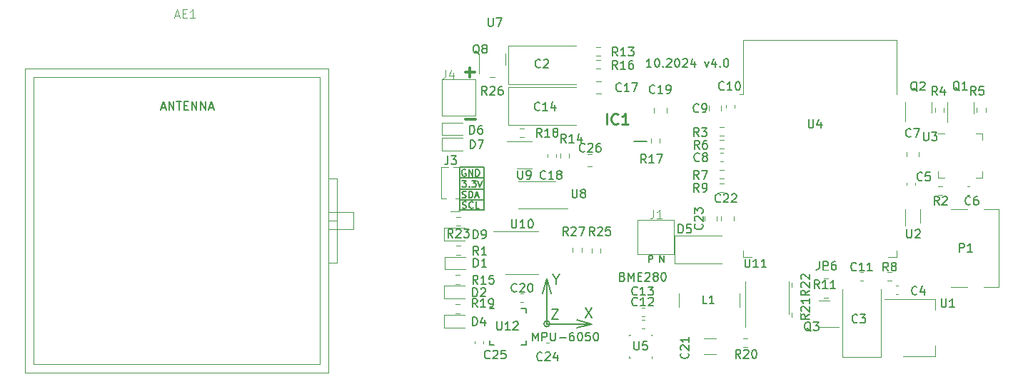
<source format=gbr>
%TF.GenerationSoftware,KiCad,Pcbnew,7.0.2*%
%TF.CreationDate,2024-10-19T10:13:07+03:00*%
%TF.ProjectId,gps_tracer,6770735f-7472-4616-9365-722e6b696361,rev?*%
%TF.SameCoordinates,Original*%
%TF.FileFunction,Legend,Top*%
%TF.FilePolarity,Positive*%
%FSLAX46Y46*%
G04 Gerber Fmt 4.6, Leading zero omitted, Abs format (unit mm)*
G04 Created by KiCad (PCBNEW 7.0.2) date 2024-10-19 10:13:07*
%MOMM*%
%LPD*%
G01*
G04 APERTURE LIST*
%ADD10C,0.200000*%
%ADD11C,0.150000*%
%ADD12C,0.300000*%
%ADD13C,0.254000*%
%ADD14C,0.100000*%
%ADD15C,0.120000*%
G04 APERTURE END LIST*
D10*
X61208553Y-70655000D02*
G75*
G03*
X61208553Y-70655000I-353553J0D01*
G01*
X60855000Y-65305000D02*
X60355000Y-67055000D01*
D11*
X50510000Y-55960000D02*
X53320000Y-55960000D01*
X53430000Y-57180000D02*
X50430000Y-57180000D01*
D10*
X60855000Y-70655000D02*
X66205000Y-70655000D01*
X60855000Y-70655000D02*
X60855000Y-65305000D01*
D11*
X50555000Y-53380000D02*
X53365000Y-53380000D01*
X53430000Y-52060000D02*
X50500000Y-52060000D01*
D10*
X66205000Y-70655000D02*
X64455000Y-71155000D01*
X66205000Y-70655000D02*
X64455000Y-70155000D01*
X60855000Y-65305000D02*
X61355000Y-67055000D01*
D11*
X50500000Y-52060000D02*
X50500000Y-57190000D01*
X50535000Y-54680000D02*
X53345000Y-54680000D01*
X53430000Y-52060000D02*
X53430000Y-57180000D01*
D10*
X69859047Y-65058809D02*
X70001904Y-65106428D01*
X70001904Y-65106428D02*
X70049523Y-65154047D01*
X70049523Y-65154047D02*
X70097142Y-65249285D01*
X70097142Y-65249285D02*
X70097142Y-65392142D01*
X70097142Y-65392142D02*
X70049523Y-65487380D01*
X70049523Y-65487380D02*
X70001904Y-65535000D01*
X70001904Y-65535000D02*
X69906666Y-65582619D01*
X69906666Y-65582619D02*
X69525714Y-65582619D01*
X69525714Y-65582619D02*
X69525714Y-64582619D01*
X69525714Y-64582619D02*
X69859047Y-64582619D01*
X69859047Y-64582619D02*
X69954285Y-64630238D01*
X69954285Y-64630238D02*
X70001904Y-64677857D01*
X70001904Y-64677857D02*
X70049523Y-64773095D01*
X70049523Y-64773095D02*
X70049523Y-64868333D01*
X70049523Y-64868333D02*
X70001904Y-64963571D01*
X70001904Y-64963571D02*
X69954285Y-65011190D01*
X69954285Y-65011190D02*
X69859047Y-65058809D01*
X69859047Y-65058809D02*
X69525714Y-65058809D01*
X70525714Y-65582619D02*
X70525714Y-64582619D01*
X70525714Y-64582619D02*
X70859047Y-65296904D01*
X70859047Y-65296904D02*
X71192380Y-64582619D01*
X71192380Y-64582619D02*
X71192380Y-65582619D01*
X71668571Y-65058809D02*
X72001904Y-65058809D01*
X72144761Y-65582619D02*
X71668571Y-65582619D01*
X71668571Y-65582619D02*
X71668571Y-64582619D01*
X71668571Y-64582619D02*
X72144761Y-64582619D01*
X72525714Y-64677857D02*
X72573333Y-64630238D01*
X72573333Y-64630238D02*
X72668571Y-64582619D01*
X72668571Y-64582619D02*
X72906666Y-64582619D01*
X72906666Y-64582619D02*
X73001904Y-64630238D01*
X73001904Y-64630238D02*
X73049523Y-64677857D01*
X73049523Y-64677857D02*
X73097142Y-64773095D01*
X73097142Y-64773095D02*
X73097142Y-64868333D01*
X73097142Y-64868333D02*
X73049523Y-65011190D01*
X73049523Y-65011190D02*
X72478095Y-65582619D01*
X72478095Y-65582619D02*
X73097142Y-65582619D01*
X73668571Y-65011190D02*
X73573333Y-64963571D01*
X73573333Y-64963571D02*
X73525714Y-64915952D01*
X73525714Y-64915952D02*
X73478095Y-64820714D01*
X73478095Y-64820714D02*
X73478095Y-64773095D01*
X73478095Y-64773095D02*
X73525714Y-64677857D01*
X73525714Y-64677857D02*
X73573333Y-64630238D01*
X73573333Y-64630238D02*
X73668571Y-64582619D01*
X73668571Y-64582619D02*
X73859047Y-64582619D01*
X73859047Y-64582619D02*
X73954285Y-64630238D01*
X73954285Y-64630238D02*
X74001904Y-64677857D01*
X74001904Y-64677857D02*
X74049523Y-64773095D01*
X74049523Y-64773095D02*
X74049523Y-64820714D01*
X74049523Y-64820714D02*
X74001904Y-64915952D01*
X74001904Y-64915952D02*
X73954285Y-64963571D01*
X73954285Y-64963571D02*
X73859047Y-65011190D01*
X73859047Y-65011190D02*
X73668571Y-65011190D01*
X73668571Y-65011190D02*
X73573333Y-65058809D01*
X73573333Y-65058809D02*
X73525714Y-65106428D01*
X73525714Y-65106428D02*
X73478095Y-65201666D01*
X73478095Y-65201666D02*
X73478095Y-65392142D01*
X73478095Y-65392142D02*
X73525714Y-65487380D01*
X73525714Y-65487380D02*
X73573333Y-65535000D01*
X73573333Y-65535000D02*
X73668571Y-65582619D01*
X73668571Y-65582619D02*
X73859047Y-65582619D01*
X73859047Y-65582619D02*
X73954285Y-65535000D01*
X73954285Y-65535000D02*
X74001904Y-65487380D01*
X74001904Y-65487380D02*
X74049523Y-65392142D01*
X74049523Y-65392142D02*
X74049523Y-65201666D01*
X74049523Y-65201666D02*
X74001904Y-65106428D01*
X74001904Y-65106428D02*
X73954285Y-65058809D01*
X73954285Y-65058809D02*
X73859047Y-65011190D01*
X74668571Y-64582619D02*
X74763809Y-64582619D01*
X74763809Y-64582619D02*
X74859047Y-64630238D01*
X74859047Y-64630238D02*
X74906666Y-64677857D01*
X74906666Y-64677857D02*
X74954285Y-64773095D01*
X74954285Y-64773095D02*
X75001904Y-64963571D01*
X75001904Y-64963571D02*
X75001904Y-65201666D01*
X75001904Y-65201666D02*
X74954285Y-65392142D01*
X74954285Y-65392142D02*
X74906666Y-65487380D01*
X74906666Y-65487380D02*
X74859047Y-65535000D01*
X74859047Y-65535000D02*
X74763809Y-65582619D01*
X74763809Y-65582619D02*
X74668571Y-65582619D01*
X74668571Y-65582619D02*
X74573333Y-65535000D01*
X74573333Y-65535000D02*
X74525714Y-65487380D01*
X74525714Y-65487380D02*
X74478095Y-65392142D01*
X74478095Y-65392142D02*
X74430476Y-65201666D01*
X74430476Y-65201666D02*
X74430476Y-64963571D01*
X74430476Y-64963571D02*
X74478095Y-64773095D01*
X74478095Y-64773095D02*
X74525714Y-64677857D01*
X74525714Y-64677857D02*
X74573333Y-64630238D01*
X74573333Y-64630238D02*
X74668571Y-64582619D01*
D11*
X74260476Y-63372095D02*
X74260476Y-62572095D01*
X74260476Y-62572095D02*
X74717619Y-63372095D01*
X74717619Y-63372095D02*
X74717619Y-62572095D01*
D10*
X73264285Y-40212619D02*
X72692857Y-40212619D01*
X72978571Y-40212619D02*
X72978571Y-39212619D01*
X72978571Y-39212619D02*
X72883333Y-39355476D01*
X72883333Y-39355476D02*
X72788095Y-39450714D01*
X72788095Y-39450714D02*
X72692857Y-39498333D01*
X73883333Y-39212619D02*
X73978571Y-39212619D01*
X73978571Y-39212619D02*
X74073809Y-39260238D01*
X74073809Y-39260238D02*
X74121428Y-39307857D01*
X74121428Y-39307857D02*
X74169047Y-39403095D01*
X74169047Y-39403095D02*
X74216666Y-39593571D01*
X74216666Y-39593571D02*
X74216666Y-39831666D01*
X74216666Y-39831666D02*
X74169047Y-40022142D01*
X74169047Y-40022142D02*
X74121428Y-40117380D01*
X74121428Y-40117380D02*
X74073809Y-40165000D01*
X74073809Y-40165000D02*
X73978571Y-40212619D01*
X73978571Y-40212619D02*
X73883333Y-40212619D01*
X73883333Y-40212619D02*
X73788095Y-40165000D01*
X73788095Y-40165000D02*
X73740476Y-40117380D01*
X73740476Y-40117380D02*
X73692857Y-40022142D01*
X73692857Y-40022142D02*
X73645238Y-39831666D01*
X73645238Y-39831666D02*
X73645238Y-39593571D01*
X73645238Y-39593571D02*
X73692857Y-39403095D01*
X73692857Y-39403095D02*
X73740476Y-39307857D01*
X73740476Y-39307857D02*
X73788095Y-39260238D01*
X73788095Y-39260238D02*
X73883333Y-39212619D01*
X74645238Y-40117380D02*
X74692857Y-40165000D01*
X74692857Y-40165000D02*
X74645238Y-40212619D01*
X74645238Y-40212619D02*
X74597619Y-40165000D01*
X74597619Y-40165000D02*
X74645238Y-40117380D01*
X74645238Y-40117380D02*
X74645238Y-40212619D01*
X75073809Y-39307857D02*
X75121428Y-39260238D01*
X75121428Y-39260238D02*
X75216666Y-39212619D01*
X75216666Y-39212619D02*
X75454761Y-39212619D01*
X75454761Y-39212619D02*
X75549999Y-39260238D01*
X75549999Y-39260238D02*
X75597618Y-39307857D01*
X75597618Y-39307857D02*
X75645237Y-39403095D01*
X75645237Y-39403095D02*
X75645237Y-39498333D01*
X75645237Y-39498333D02*
X75597618Y-39641190D01*
X75597618Y-39641190D02*
X75026190Y-40212619D01*
X75026190Y-40212619D02*
X75645237Y-40212619D01*
X76264285Y-39212619D02*
X76359523Y-39212619D01*
X76359523Y-39212619D02*
X76454761Y-39260238D01*
X76454761Y-39260238D02*
X76502380Y-39307857D01*
X76502380Y-39307857D02*
X76549999Y-39403095D01*
X76549999Y-39403095D02*
X76597618Y-39593571D01*
X76597618Y-39593571D02*
X76597618Y-39831666D01*
X76597618Y-39831666D02*
X76549999Y-40022142D01*
X76549999Y-40022142D02*
X76502380Y-40117380D01*
X76502380Y-40117380D02*
X76454761Y-40165000D01*
X76454761Y-40165000D02*
X76359523Y-40212619D01*
X76359523Y-40212619D02*
X76264285Y-40212619D01*
X76264285Y-40212619D02*
X76169047Y-40165000D01*
X76169047Y-40165000D02*
X76121428Y-40117380D01*
X76121428Y-40117380D02*
X76073809Y-40022142D01*
X76073809Y-40022142D02*
X76026190Y-39831666D01*
X76026190Y-39831666D02*
X76026190Y-39593571D01*
X76026190Y-39593571D02*
X76073809Y-39403095D01*
X76073809Y-39403095D02*
X76121428Y-39307857D01*
X76121428Y-39307857D02*
X76169047Y-39260238D01*
X76169047Y-39260238D02*
X76264285Y-39212619D01*
X76978571Y-39307857D02*
X77026190Y-39260238D01*
X77026190Y-39260238D02*
X77121428Y-39212619D01*
X77121428Y-39212619D02*
X77359523Y-39212619D01*
X77359523Y-39212619D02*
X77454761Y-39260238D01*
X77454761Y-39260238D02*
X77502380Y-39307857D01*
X77502380Y-39307857D02*
X77549999Y-39403095D01*
X77549999Y-39403095D02*
X77549999Y-39498333D01*
X77549999Y-39498333D02*
X77502380Y-39641190D01*
X77502380Y-39641190D02*
X76930952Y-40212619D01*
X76930952Y-40212619D02*
X77549999Y-40212619D01*
X78407142Y-39545952D02*
X78407142Y-40212619D01*
X78169047Y-39165000D02*
X77930952Y-39879285D01*
X77930952Y-39879285D02*
X78549999Y-39879285D01*
X79597619Y-39545952D02*
X79835714Y-40212619D01*
X79835714Y-40212619D02*
X80073809Y-39545952D01*
X80883333Y-39545952D02*
X80883333Y-40212619D01*
X80645238Y-39165000D02*
X80407143Y-39879285D01*
X80407143Y-39879285D02*
X81026190Y-39879285D01*
X81407143Y-40117380D02*
X81454762Y-40165000D01*
X81454762Y-40165000D02*
X81407143Y-40212619D01*
X81407143Y-40212619D02*
X81359524Y-40165000D01*
X81359524Y-40165000D02*
X81407143Y-40117380D01*
X81407143Y-40117380D02*
X81407143Y-40212619D01*
X82073809Y-39212619D02*
X82169047Y-39212619D01*
X82169047Y-39212619D02*
X82264285Y-39260238D01*
X82264285Y-39260238D02*
X82311904Y-39307857D01*
X82311904Y-39307857D02*
X82359523Y-39403095D01*
X82359523Y-39403095D02*
X82407142Y-39593571D01*
X82407142Y-39593571D02*
X82407142Y-39831666D01*
X82407142Y-39831666D02*
X82359523Y-40022142D01*
X82359523Y-40022142D02*
X82311904Y-40117380D01*
X82311904Y-40117380D02*
X82264285Y-40165000D01*
X82264285Y-40165000D02*
X82169047Y-40212619D01*
X82169047Y-40212619D02*
X82073809Y-40212619D01*
X82073809Y-40212619D02*
X81978571Y-40165000D01*
X81978571Y-40165000D02*
X81930952Y-40117380D01*
X81930952Y-40117380D02*
X81883333Y-40022142D01*
X81883333Y-40022142D02*
X81835714Y-39831666D01*
X81835714Y-39831666D02*
X81835714Y-39593571D01*
X81835714Y-39593571D02*
X81883333Y-39403095D01*
X81883333Y-39403095D02*
X81930952Y-39307857D01*
X81930952Y-39307857D02*
X81978571Y-39260238D01*
X81978571Y-39260238D02*
X82073809Y-39212619D01*
D11*
X51219523Y-52370190D02*
X51143333Y-52332095D01*
X51143333Y-52332095D02*
X51029047Y-52332095D01*
X51029047Y-52332095D02*
X50914761Y-52370190D01*
X50914761Y-52370190D02*
X50838571Y-52446380D01*
X50838571Y-52446380D02*
X50800476Y-52522571D01*
X50800476Y-52522571D02*
X50762380Y-52674952D01*
X50762380Y-52674952D02*
X50762380Y-52789238D01*
X50762380Y-52789238D02*
X50800476Y-52941619D01*
X50800476Y-52941619D02*
X50838571Y-53017809D01*
X50838571Y-53017809D02*
X50914761Y-53094000D01*
X50914761Y-53094000D02*
X51029047Y-53132095D01*
X51029047Y-53132095D02*
X51105238Y-53132095D01*
X51105238Y-53132095D02*
X51219523Y-53094000D01*
X51219523Y-53094000D02*
X51257619Y-53055904D01*
X51257619Y-53055904D02*
X51257619Y-52789238D01*
X51257619Y-52789238D02*
X51105238Y-52789238D01*
X51600476Y-53132095D02*
X51600476Y-52332095D01*
X51600476Y-52332095D02*
X52057619Y-53132095D01*
X52057619Y-53132095D02*
X52057619Y-52332095D01*
X52438571Y-53132095D02*
X52438571Y-52332095D01*
X52438571Y-52332095D02*
X52629047Y-52332095D01*
X52629047Y-52332095D02*
X52743333Y-52370190D01*
X52743333Y-52370190D02*
X52819523Y-52446380D01*
X52819523Y-52446380D02*
X52857618Y-52522571D01*
X52857618Y-52522571D02*
X52895714Y-52674952D01*
X52895714Y-52674952D02*
X52895714Y-52789238D01*
X52895714Y-52789238D02*
X52857618Y-52941619D01*
X52857618Y-52941619D02*
X52819523Y-53017809D01*
X52819523Y-53017809D02*
X52743333Y-53094000D01*
X52743333Y-53094000D02*
X52629047Y-53132095D01*
X52629047Y-53132095D02*
X52438571Y-53132095D01*
D10*
X61451428Y-68933142D02*
X62251428Y-68933142D01*
X62251428Y-68933142D02*
X61451428Y-70133142D01*
X61451428Y-70133142D02*
X62251428Y-70133142D01*
D11*
X50862380Y-56924000D02*
X50976666Y-56962095D01*
X50976666Y-56962095D02*
X51167142Y-56962095D01*
X51167142Y-56962095D02*
X51243333Y-56924000D01*
X51243333Y-56924000D02*
X51281428Y-56885904D01*
X51281428Y-56885904D02*
X51319523Y-56809714D01*
X51319523Y-56809714D02*
X51319523Y-56733523D01*
X51319523Y-56733523D02*
X51281428Y-56657333D01*
X51281428Y-56657333D02*
X51243333Y-56619238D01*
X51243333Y-56619238D02*
X51167142Y-56581142D01*
X51167142Y-56581142D02*
X51014761Y-56543047D01*
X51014761Y-56543047D02*
X50938571Y-56504952D01*
X50938571Y-56504952D02*
X50900476Y-56466857D01*
X50900476Y-56466857D02*
X50862380Y-56390666D01*
X50862380Y-56390666D02*
X50862380Y-56314476D01*
X50862380Y-56314476D02*
X50900476Y-56238285D01*
X50900476Y-56238285D02*
X50938571Y-56200190D01*
X50938571Y-56200190D02*
X51014761Y-56162095D01*
X51014761Y-56162095D02*
X51205238Y-56162095D01*
X51205238Y-56162095D02*
X51319523Y-56200190D01*
X52119524Y-56885904D02*
X52081428Y-56924000D01*
X52081428Y-56924000D02*
X51967143Y-56962095D01*
X51967143Y-56962095D02*
X51890952Y-56962095D01*
X51890952Y-56962095D02*
X51776666Y-56924000D01*
X51776666Y-56924000D02*
X51700476Y-56847809D01*
X51700476Y-56847809D02*
X51662381Y-56771619D01*
X51662381Y-56771619D02*
X51624285Y-56619238D01*
X51624285Y-56619238D02*
X51624285Y-56504952D01*
X51624285Y-56504952D02*
X51662381Y-56352571D01*
X51662381Y-56352571D02*
X51700476Y-56276380D01*
X51700476Y-56276380D02*
X51776666Y-56200190D01*
X51776666Y-56200190D02*
X51890952Y-56162095D01*
X51890952Y-56162095D02*
X51967143Y-56162095D01*
X51967143Y-56162095D02*
X52081428Y-56200190D01*
X52081428Y-56200190D02*
X52119524Y-56238285D01*
X52843333Y-56962095D02*
X52462381Y-56962095D01*
X52462381Y-56962095D02*
X52462381Y-56162095D01*
D12*
X51187142Y-40835000D02*
X52330000Y-40835000D01*
X51758571Y-41406428D02*
X51758571Y-40263571D01*
D11*
X72960476Y-63342095D02*
X72960476Y-62542095D01*
X72960476Y-62542095D02*
X73265238Y-62542095D01*
X73265238Y-62542095D02*
X73341428Y-62580190D01*
X73341428Y-62580190D02*
X73379523Y-62618285D01*
X73379523Y-62618285D02*
X73417619Y-62694476D01*
X73417619Y-62694476D02*
X73417619Y-62808761D01*
X73417619Y-62808761D02*
X73379523Y-62884952D01*
X73379523Y-62884952D02*
X73341428Y-62923047D01*
X73341428Y-62923047D02*
X73265238Y-62961142D01*
X73265238Y-62961142D02*
X72960476Y-62961142D01*
D10*
X65401428Y-68758142D02*
X66201428Y-69958142D01*
X66201428Y-68758142D02*
X65401428Y-69958142D01*
D12*
X51247142Y-46385000D02*
X52390000Y-46385000D01*
D11*
X50822380Y-55684000D02*
X50936666Y-55722095D01*
X50936666Y-55722095D02*
X51127142Y-55722095D01*
X51127142Y-55722095D02*
X51203333Y-55684000D01*
X51203333Y-55684000D02*
X51241428Y-55645904D01*
X51241428Y-55645904D02*
X51279523Y-55569714D01*
X51279523Y-55569714D02*
X51279523Y-55493523D01*
X51279523Y-55493523D02*
X51241428Y-55417333D01*
X51241428Y-55417333D02*
X51203333Y-55379238D01*
X51203333Y-55379238D02*
X51127142Y-55341142D01*
X51127142Y-55341142D02*
X50974761Y-55303047D01*
X50974761Y-55303047D02*
X50898571Y-55264952D01*
X50898571Y-55264952D02*
X50860476Y-55226857D01*
X50860476Y-55226857D02*
X50822380Y-55150666D01*
X50822380Y-55150666D02*
X50822380Y-55074476D01*
X50822380Y-55074476D02*
X50860476Y-54998285D01*
X50860476Y-54998285D02*
X50898571Y-54960190D01*
X50898571Y-54960190D02*
X50974761Y-54922095D01*
X50974761Y-54922095D02*
X51165238Y-54922095D01*
X51165238Y-54922095D02*
X51279523Y-54960190D01*
X51622381Y-55722095D02*
X51622381Y-54922095D01*
X51622381Y-54922095D02*
X51812857Y-54922095D01*
X51812857Y-54922095D02*
X51927143Y-54960190D01*
X51927143Y-54960190D02*
X52003333Y-55036380D01*
X52003333Y-55036380D02*
X52041428Y-55112571D01*
X52041428Y-55112571D02*
X52079524Y-55264952D01*
X52079524Y-55264952D02*
X52079524Y-55379238D01*
X52079524Y-55379238D02*
X52041428Y-55531619D01*
X52041428Y-55531619D02*
X52003333Y-55607809D01*
X52003333Y-55607809D02*
X51927143Y-55684000D01*
X51927143Y-55684000D02*
X51812857Y-55722095D01*
X51812857Y-55722095D02*
X51622381Y-55722095D01*
X52384285Y-55493523D02*
X52765238Y-55493523D01*
X52308095Y-55722095D02*
X52574762Y-54922095D01*
X52574762Y-54922095D02*
X52841428Y-55722095D01*
X50814285Y-53652095D02*
X51309523Y-53652095D01*
X51309523Y-53652095D02*
X51042857Y-53956857D01*
X51042857Y-53956857D02*
X51157142Y-53956857D01*
X51157142Y-53956857D02*
X51233333Y-53994952D01*
X51233333Y-53994952D02*
X51271428Y-54033047D01*
X51271428Y-54033047D02*
X51309523Y-54109238D01*
X51309523Y-54109238D02*
X51309523Y-54299714D01*
X51309523Y-54299714D02*
X51271428Y-54375904D01*
X51271428Y-54375904D02*
X51233333Y-54414000D01*
X51233333Y-54414000D02*
X51157142Y-54452095D01*
X51157142Y-54452095D02*
X50928571Y-54452095D01*
X50928571Y-54452095D02*
X50852380Y-54414000D01*
X50852380Y-54414000D02*
X50814285Y-54375904D01*
X51652381Y-54375904D02*
X51690476Y-54414000D01*
X51690476Y-54414000D02*
X51652381Y-54452095D01*
X51652381Y-54452095D02*
X51614285Y-54414000D01*
X51614285Y-54414000D02*
X51652381Y-54375904D01*
X51652381Y-54375904D02*
X51652381Y-54452095D01*
X51957142Y-53652095D02*
X52452380Y-53652095D01*
X52452380Y-53652095D02*
X52185714Y-53956857D01*
X52185714Y-53956857D02*
X52299999Y-53956857D01*
X52299999Y-53956857D02*
X52376190Y-53994952D01*
X52376190Y-53994952D02*
X52414285Y-54033047D01*
X52414285Y-54033047D02*
X52452380Y-54109238D01*
X52452380Y-54109238D02*
X52452380Y-54299714D01*
X52452380Y-54299714D02*
X52414285Y-54375904D01*
X52414285Y-54375904D02*
X52376190Y-54414000D01*
X52376190Y-54414000D02*
X52299999Y-54452095D01*
X52299999Y-54452095D02*
X52071428Y-54452095D01*
X52071428Y-54452095D02*
X51995237Y-54414000D01*
X51995237Y-54414000D02*
X51957142Y-54375904D01*
X52680952Y-53652095D02*
X52947619Y-54452095D01*
X52947619Y-54452095D02*
X53214285Y-53652095D01*
D10*
X61969285Y-65386714D02*
X61969285Y-65958142D01*
X61569285Y-64758142D02*
X61969285Y-65386714D01*
X61969285Y-65386714D02*
X62369285Y-64758142D01*
D11*
%TO.C,R15*%
X52677142Y-65922619D02*
X52343809Y-65446428D01*
X52105714Y-65922619D02*
X52105714Y-64922619D01*
X52105714Y-64922619D02*
X52486666Y-64922619D01*
X52486666Y-64922619D02*
X52581904Y-64970238D01*
X52581904Y-64970238D02*
X52629523Y-65017857D01*
X52629523Y-65017857D02*
X52677142Y-65113095D01*
X52677142Y-65113095D02*
X52677142Y-65255952D01*
X52677142Y-65255952D02*
X52629523Y-65351190D01*
X52629523Y-65351190D02*
X52581904Y-65398809D01*
X52581904Y-65398809D02*
X52486666Y-65446428D01*
X52486666Y-65446428D02*
X52105714Y-65446428D01*
X53629523Y-65922619D02*
X53058095Y-65922619D01*
X53343809Y-65922619D02*
X53343809Y-64922619D01*
X53343809Y-64922619D02*
X53248571Y-65065476D01*
X53248571Y-65065476D02*
X53153333Y-65160714D01*
X53153333Y-65160714D02*
X53058095Y-65208333D01*
X54534285Y-64922619D02*
X54058095Y-64922619D01*
X54058095Y-64922619D02*
X54010476Y-65398809D01*
X54010476Y-65398809D02*
X54058095Y-65351190D01*
X54058095Y-65351190D02*
X54153333Y-65303571D01*
X54153333Y-65303571D02*
X54391428Y-65303571D01*
X54391428Y-65303571D02*
X54486666Y-65351190D01*
X54486666Y-65351190D02*
X54534285Y-65398809D01*
X54534285Y-65398809D02*
X54581904Y-65494047D01*
X54581904Y-65494047D02*
X54581904Y-65732142D01*
X54581904Y-65732142D02*
X54534285Y-65827380D01*
X54534285Y-65827380D02*
X54486666Y-65875000D01*
X54486666Y-65875000D02*
X54391428Y-65922619D01*
X54391428Y-65922619D02*
X54153333Y-65922619D01*
X54153333Y-65922619D02*
X54058095Y-65875000D01*
X54058095Y-65875000D02*
X54010476Y-65827380D01*
%TO.C,C20*%
X57277142Y-66787380D02*
X57229523Y-66835000D01*
X57229523Y-66835000D02*
X57086666Y-66882619D01*
X57086666Y-66882619D02*
X56991428Y-66882619D01*
X56991428Y-66882619D02*
X56848571Y-66835000D01*
X56848571Y-66835000D02*
X56753333Y-66739761D01*
X56753333Y-66739761D02*
X56705714Y-66644523D01*
X56705714Y-66644523D02*
X56658095Y-66454047D01*
X56658095Y-66454047D02*
X56658095Y-66311190D01*
X56658095Y-66311190D02*
X56705714Y-66120714D01*
X56705714Y-66120714D02*
X56753333Y-66025476D01*
X56753333Y-66025476D02*
X56848571Y-65930238D01*
X56848571Y-65930238D02*
X56991428Y-65882619D01*
X56991428Y-65882619D02*
X57086666Y-65882619D01*
X57086666Y-65882619D02*
X57229523Y-65930238D01*
X57229523Y-65930238D02*
X57277142Y-65977857D01*
X57658095Y-65977857D02*
X57705714Y-65930238D01*
X57705714Y-65930238D02*
X57800952Y-65882619D01*
X57800952Y-65882619D02*
X58039047Y-65882619D01*
X58039047Y-65882619D02*
X58134285Y-65930238D01*
X58134285Y-65930238D02*
X58181904Y-65977857D01*
X58181904Y-65977857D02*
X58229523Y-66073095D01*
X58229523Y-66073095D02*
X58229523Y-66168333D01*
X58229523Y-66168333D02*
X58181904Y-66311190D01*
X58181904Y-66311190D02*
X57610476Y-66882619D01*
X57610476Y-66882619D02*
X58229523Y-66882619D01*
X58848571Y-65882619D02*
X58943809Y-65882619D01*
X58943809Y-65882619D02*
X59039047Y-65930238D01*
X59039047Y-65930238D02*
X59086666Y-65977857D01*
X59086666Y-65977857D02*
X59134285Y-66073095D01*
X59134285Y-66073095D02*
X59181904Y-66263571D01*
X59181904Y-66263571D02*
X59181904Y-66501666D01*
X59181904Y-66501666D02*
X59134285Y-66692142D01*
X59134285Y-66692142D02*
X59086666Y-66787380D01*
X59086666Y-66787380D02*
X59039047Y-66835000D01*
X59039047Y-66835000D02*
X58943809Y-66882619D01*
X58943809Y-66882619D02*
X58848571Y-66882619D01*
X58848571Y-66882619D02*
X58753333Y-66835000D01*
X58753333Y-66835000D02*
X58705714Y-66787380D01*
X58705714Y-66787380D02*
X58658095Y-66692142D01*
X58658095Y-66692142D02*
X58610476Y-66501666D01*
X58610476Y-66501666D02*
X58610476Y-66263571D01*
X58610476Y-66263571D02*
X58658095Y-66073095D01*
X58658095Y-66073095D02*
X58705714Y-65977857D01*
X58705714Y-65977857D02*
X58753333Y-65930238D01*
X58753333Y-65930238D02*
X58848571Y-65882619D01*
%TO.C,R27*%
X63387142Y-60157619D02*
X63053809Y-59681428D01*
X62815714Y-60157619D02*
X62815714Y-59157619D01*
X62815714Y-59157619D02*
X63196666Y-59157619D01*
X63196666Y-59157619D02*
X63291904Y-59205238D01*
X63291904Y-59205238D02*
X63339523Y-59252857D01*
X63339523Y-59252857D02*
X63387142Y-59348095D01*
X63387142Y-59348095D02*
X63387142Y-59490952D01*
X63387142Y-59490952D02*
X63339523Y-59586190D01*
X63339523Y-59586190D02*
X63291904Y-59633809D01*
X63291904Y-59633809D02*
X63196666Y-59681428D01*
X63196666Y-59681428D02*
X62815714Y-59681428D01*
X63768095Y-59252857D02*
X63815714Y-59205238D01*
X63815714Y-59205238D02*
X63910952Y-59157619D01*
X63910952Y-59157619D02*
X64149047Y-59157619D01*
X64149047Y-59157619D02*
X64244285Y-59205238D01*
X64244285Y-59205238D02*
X64291904Y-59252857D01*
X64291904Y-59252857D02*
X64339523Y-59348095D01*
X64339523Y-59348095D02*
X64339523Y-59443333D01*
X64339523Y-59443333D02*
X64291904Y-59586190D01*
X64291904Y-59586190D02*
X63720476Y-60157619D01*
X63720476Y-60157619D02*
X64339523Y-60157619D01*
X64672857Y-59157619D02*
X65339523Y-59157619D01*
X65339523Y-59157619D02*
X64910952Y-60157619D01*
%TO.C,Q1*%
X109800361Y-43003557D02*
X109705123Y-42955938D01*
X109705123Y-42955938D02*
X109609885Y-42860700D01*
X109609885Y-42860700D02*
X109467028Y-42717842D01*
X109467028Y-42717842D02*
X109371790Y-42670223D01*
X109371790Y-42670223D02*
X109276552Y-42670223D01*
X109324171Y-42908319D02*
X109228933Y-42860700D01*
X109228933Y-42860700D02*
X109133695Y-42765461D01*
X109133695Y-42765461D02*
X109086076Y-42574985D01*
X109086076Y-42574985D02*
X109086076Y-42241652D01*
X109086076Y-42241652D02*
X109133695Y-42051176D01*
X109133695Y-42051176D02*
X109228933Y-41955938D01*
X109228933Y-41955938D02*
X109324171Y-41908319D01*
X109324171Y-41908319D02*
X109514647Y-41908319D01*
X109514647Y-41908319D02*
X109609885Y-41955938D01*
X109609885Y-41955938D02*
X109705123Y-42051176D01*
X109705123Y-42051176D02*
X109752742Y-42241652D01*
X109752742Y-42241652D02*
X109752742Y-42574985D01*
X109752742Y-42574985D02*
X109705123Y-42765461D01*
X109705123Y-42765461D02*
X109609885Y-42860700D01*
X109609885Y-42860700D02*
X109514647Y-42908319D01*
X109514647Y-42908319D02*
X109324171Y-42908319D01*
X110705123Y-42908319D02*
X110133695Y-42908319D01*
X110419409Y-42908319D02*
X110419409Y-41908319D01*
X110419409Y-41908319D02*
X110324171Y-42051176D01*
X110324171Y-42051176D02*
X110228933Y-42146414D01*
X110228933Y-42146414D02*
X110133695Y-42194033D01*
%TO.C,C4*%
X104760733Y-67118580D02*
X104713114Y-67166200D01*
X104713114Y-67166200D02*
X104570257Y-67213819D01*
X104570257Y-67213819D02*
X104475019Y-67213819D01*
X104475019Y-67213819D02*
X104332162Y-67166200D01*
X104332162Y-67166200D02*
X104236924Y-67070961D01*
X104236924Y-67070961D02*
X104189305Y-66975723D01*
X104189305Y-66975723D02*
X104141686Y-66785247D01*
X104141686Y-66785247D02*
X104141686Y-66642390D01*
X104141686Y-66642390D02*
X104189305Y-66451914D01*
X104189305Y-66451914D02*
X104236924Y-66356676D01*
X104236924Y-66356676D02*
X104332162Y-66261438D01*
X104332162Y-66261438D02*
X104475019Y-66213819D01*
X104475019Y-66213819D02*
X104570257Y-66213819D01*
X104570257Y-66213819D02*
X104713114Y-66261438D01*
X104713114Y-66261438D02*
X104760733Y-66309057D01*
X105617876Y-66547152D02*
X105617876Y-67213819D01*
X105379781Y-66166200D02*
X105141686Y-66880485D01*
X105141686Y-66880485D02*
X105760733Y-66880485D01*
%TO.C,R20*%
X83837542Y-74732219D02*
X83504209Y-74256028D01*
X83266114Y-74732219D02*
X83266114Y-73732219D01*
X83266114Y-73732219D02*
X83647066Y-73732219D01*
X83647066Y-73732219D02*
X83742304Y-73779838D01*
X83742304Y-73779838D02*
X83789923Y-73827457D01*
X83789923Y-73827457D02*
X83837542Y-73922695D01*
X83837542Y-73922695D02*
X83837542Y-74065552D01*
X83837542Y-74065552D02*
X83789923Y-74160790D01*
X83789923Y-74160790D02*
X83742304Y-74208409D01*
X83742304Y-74208409D02*
X83647066Y-74256028D01*
X83647066Y-74256028D02*
X83266114Y-74256028D01*
X84218495Y-73827457D02*
X84266114Y-73779838D01*
X84266114Y-73779838D02*
X84361352Y-73732219D01*
X84361352Y-73732219D02*
X84599447Y-73732219D01*
X84599447Y-73732219D02*
X84694685Y-73779838D01*
X84694685Y-73779838D02*
X84742304Y-73827457D01*
X84742304Y-73827457D02*
X84789923Y-73922695D01*
X84789923Y-73922695D02*
X84789923Y-74017933D01*
X84789923Y-74017933D02*
X84742304Y-74160790D01*
X84742304Y-74160790D02*
X84170876Y-74732219D01*
X84170876Y-74732219D02*
X84789923Y-74732219D01*
X85408971Y-73732219D02*
X85504209Y-73732219D01*
X85504209Y-73732219D02*
X85599447Y-73779838D01*
X85599447Y-73779838D02*
X85647066Y-73827457D01*
X85647066Y-73827457D02*
X85694685Y-73922695D01*
X85694685Y-73922695D02*
X85742304Y-74113171D01*
X85742304Y-74113171D02*
X85742304Y-74351266D01*
X85742304Y-74351266D02*
X85694685Y-74541742D01*
X85694685Y-74541742D02*
X85647066Y-74636980D01*
X85647066Y-74636980D02*
X85599447Y-74684600D01*
X85599447Y-74684600D02*
X85504209Y-74732219D01*
X85504209Y-74732219D02*
X85408971Y-74732219D01*
X85408971Y-74732219D02*
X85313733Y-74684600D01*
X85313733Y-74684600D02*
X85266114Y-74636980D01*
X85266114Y-74636980D02*
X85218495Y-74541742D01*
X85218495Y-74541742D02*
X85170876Y-74351266D01*
X85170876Y-74351266D02*
X85170876Y-74113171D01*
X85170876Y-74113171D02*
X85218495Y-73922695D01*
X85218495Y-73922695D02*
X85266114Y-73827457D01*
X85266114Y-73827457D02*
X85313733Y-73779838D01*
X85313733Y-73779838D02*
X85408971Y-73732219D01*
%TO.C,C25*%
X54097142Y-74702380D02*
X54049523Y-74750000D01*
X54049523Y-74750000D02*
X53906666Y-74797619D01*
X53906666Y-74797619D02*
X53811428Y-74797619D01*
X53811428Y-74797619D02*
X53668571Y-74750000D01*
X53668571Y-74750000D02*
X53573333Y-74654761D01*
X53573333Y-74654761D02*
X53525714Y-74559523D01*
X53525714Y-74559523D02*
X53478095Y-74369047D01*
X53478095Y-74369047D02*
X53478095Y-74226190D01*
X53478095Y-74226190D02*
X53525714Y-74035714D01*
X53525714Y-74035714D02*
X53573333Y-73940476D01*
X53573333Y-73940476D02*
X53668571Y-73845238D01*
X53668571Y-73845238D02*
X53811428Y-73797619D01*
X53811428Y-73797619D02*
X53906666Y-73797619D01*
X53906666Y-73797619D02*
X54049523Y-73845238D01*
X54049523Y-73845238D02*
X54097142Y-73892857D01*
X54478095Y-73892857D02*
X54525714Y-73845238D01*
X54525714Y-73845238D02*
X54620952Y-73797619D01*
X54620952Y-73797619D02*
X54859047Y-73797619D01*
X54859047Y-73797619D02*
X54954285Y-73845238D01*
X54954285Y-73845238D02*
X55001904Y-73892857D01*
X55001904Y-73892857D02*
X55049523Y-73988095D01*
X55049523Y-73988095D02*
X55049523Y-74083333D01*
X55049523Y-74083333D02*
X55001904Y-74226190D01*
X55001904Y-74226190D02*
X54430476Y-74797619D01*
X54430476Y-74797619D02*
X55049523Y-74797619D01*
X55954285Y-73797619D02*
X55478095Y-73797619D01*
X55478095Y-73797619D02*
X55430476Y-74273809D01*
X55430476Y-74273809D02*
X55478095Y-74226190D01*
X55478095Y-74226190D02*
X55573333Y-74178571D01*
X55573333Y-74178571D02*
X55811428Y-74178571D01*
X55811428Y-74178571D02*
X55906666Y-74226190D01*
X55906666Y-74226190D02*
X55954285Y-74273809D01*
X55954285Y-74273809D02*
X56001904Y-74369047D01*
X56001904Y-74369047D02*
X56001904Y-74607142D01*
X56001904Y-74607142D02*
X55954285Y-74702380D01*
X55954285Y-74702380D02*
X55906666Y-74750000D01*
X55906666Y-74750000D02*
X55811428Y-74797619D01*
X55811428Y-74797619D02*
X55573333Y-74797619D01*
X55573333Y-74797619D02*
X55478095Y-74750000D01*
X55478095Y-74750000D02*
X55430476Y-74702380D01*
%TO.C,U12*%
X54936905Y-70392619D02*
X54936905Y-71202142D01*
X54936905Y-71202142D02*
X54984524Y-71297380D01*
X54984524Y-71297380D02*
X55032143Y-71345000D01*
X55032143Y-71345000D02*
X55127381Y-71392619D01*
X55127381Y-71392619D02*
X55317857Y-71392619D01*
X55317857Y-71392619D02*
X55413095Y-71345000D01*
X55413095Y-71345000D02*
X55460714Y-71297380D01*
X55460714Y-71297380D02*
X55508333Y-71202142D01*
X55508333Y-71202142D02*
X55508333Y-70392619D01*
X56508333Y-71392619D02*
X55936905Y-71392619D01*
X56222619Y-71392619D02*
X56222619Y-70392619D01*
X56222619Y-70392619D02*
X56127381Y-70535476D01*
X56127381Y-70535476D02*
X56032143Y-70630714D01*
X56032143Y-70630714D02*
X55936905Y-70678333D01*
X56889286Y-70487857D02*
X56936905Y-70440238D01*
X56936905Y-70440238D02*
X57032143Y-70392619D01*
X57032143Y-70392619D02*
X57270238Y-70392619D01*
X57270238Y-70392619D02*
X57365476Y-70440238D01*
X57365476Y-70440238D02*
X57413095Y-70487857D01*
X57413095Y-70487857D02*
X57460714Y-70583095D01*
X57460714Y-70583095D02*
X57460714Y-70678333D01*
X57460714Y-70678333D02*
X57413095Y-70821190D01*
X57413095Y-70821190D02*
X56841667Y-71392619D01*
X56841667Y-71392619D02*
X57460714Y-71392619D01*
D10*
X59169048Y-72682619D02*
X59169048Y-71682619D01*
X59169048Y-71682619D02*
X59502381Y-72396904D01*
X59502381Y-72396904D02*
X59835714Y-71682619D01*
X59835714Y-71682619D02*
X59835714Y-72682619D01*
X60311905Y-72682619D02*
X60311905Y-71682619D01*
X60311905Y-71682619D02*
X60692857Y-71682619D01*
X60692857Y-71682619D02*
X60788095Y-71730238D01*
X60788095Y-71730238D02*
X60835714Y-71777857D01*
X60835714Y-71777857D02*
X60883333Y-71873095D01*
X60883333Y-71873095D02*
X60883333Y-72015952D01*
X60883333Y-72015952D02*
X60835714Y-72111190D01*
X60835714Y-72111190D02*
X60788095Y-72158809D01*
X60788095Y-72158809D02*
X60692857Y-72206428D01*
X60692857Y-72206428D02*
X60311905Y-72206428D01*
X61311905Y-71682619D02*
X61311905Y-72492142D01*
X61311905Y-72492142D02*
X61359524Y-72587380D01*
X61359524Y-72587380D02*
X61407143Y-72635000D01*
X61407143Y-72635000D02*
X61502381Y-72682619D01*
X61502381Y-72682619D02*
X61692857Y-72682619D01*
X61692857Y-72682619D02*
X61788095Y-72635000D01*
X61788095Y-72635000D02*
X61835714Y-72587380D01*
X61835714Y-72587380D02*
X61883333Y-72492142D01*
X61883333Y-72492142D02*
X61883333Y-71682619D01*
X62359524Y-72301666D02*
X63121429Y-72301666D01*
X64026190Y-71682619D02*
X63835714Y-71682619D01*
X63835714Y-71682619D02*
X63740476Y-71730238D01*
X63740476Y-71730238D02*
X63692857Y-71777857D01*
X63692857Y-71777857D02*
X63597619Y-71920714D01*
X63597619Y-71920714D02*
X63550000Y-72111190D01*
X63550000Y-72111190D02*
X63550000Y-72492142D01*
X63550000Y-72492142D02*
X63597619Y-72587380D01*
X63597619Y-72587380D02*
X63645238Y-72635000D01*
X63645238Y-72635000D02*
X63740476Y-72682619D01*
X63740476Y-72682619D02*
X63930952Y-72682619D01*
X63930952Y-72682619D02*
X64026190Y-72635000D01*
X64026190Y-72635000D02*
X64073809Y-72587380D01*
X64073809Y-72587380D02*
X64121428Y-72492142D01*
X64121428Y-72492142D02*
X64121428Y-72254047D01*
X64121428Y-72254047D02*
X64073809Y-72158809D01*
X64073809Y-72158809D02*
X64026190Y-72111190D01*
X64026190Y-72111190D02*
X63930952Y-72063571D01*
X63930952Y-72063571D02*
X63740476Y-72063571D01*
X63740476Y-72063571D02*
X63645238Y-72111190D01*
X63645238Y-72111190D02*
X63597619Y-72158809D01*
X63597619Y-72158809D02*
X63550000Y-72254047D01*
X64740476Y-71682619D02*
X64835714Y-71682619D01*
X64835714Y-71682619D02*
X64930952Y-71730238D01*
X64930952Y-71730238D02*
X64978571Y-71777857D01*
X64978571Y-71777857D02*
X65026190Y-71873095D01*
X65026190Y-71873095D02*
X65073809Y-72063571D01*
X65073809Y-72063571D02*
X65073809Y-72301666D01*
X65073809Y-72301666D02*
X65026190Y-72492142D01*
X65026190Y-72492142D02*
X64978571Y-72587380D01*
X64978571Y-72587380D02*
X64930952Y-72635000D01*
X64930952Y-72635000D02*
X64835714Y-72682619D01*
X64835714Y-72682619D02*
X64740476Y-72682619D01*
X64740476Y-72682619D02*
X64645238Y-72635000D01*
X64645238Y-72635000D02*
X64597619Y-72587380D01*
X64597619Y-72587380D02*
X64550000Y-72492142D01*
X64550000Y-72492142D02*
X64502381Y-72301666D01*
X64502381Y-72301666D02*
X64502381Y-72063571D01*
X64502381Y-72063571D02*
X64550000Y-71873095D01*
X64550000Y-71873095D02*
X64597619Y-71777857D01*
X64597619Y-71777857D02*
X64645238Y-71730238D01*
X64645238Y-71730238D02*
X64740476Y-71682619D01*
X65978571Y-71682619D02*
X65502381Y-71682619D01*
X65502381Y-71682619D02*
X65454762Y-72158809D01*
X65454762Y-72158809D02*
X65502381Y-72111190D01*
X65502381Y-72111190D02*
X65597619Y-72063571D01*
X65597619Y-72063571D02*
X65835714Y-72063571D01*
X65835714Y-72063571D02*
X65930952Y-72111190D01*
X65930952Y-72111190D02*
X65978571Y-72158809D01*
X65978571Y-72158809D02*
X66026190Y-72254047D01*
X66026190Y-72254047D02*
X66026190Y-72492142D01*
X66026190Y-72492142D02*
X65978571Y-72587380D01*
X65978571Y-72587380D02*
X65930952Y-72635000D01*
X65930952Y-72635000D02*
X65835714Y-72682619D01*
X65835714Y-72682619D02*
X65597619Y-72682619D01*
X65597619Y-72682619D02*
X65502381Y-72635000D01*
X65502381Y-72635000D02*
X65454762Y-72587380D01*
X66645238Y-71682619D02*
X66740476Y-71682619D01*
X66740476Y-71682619D02*
X66835714Y-71730238D01*
X66835714Y-71730238D02*
X66883333Y-71777857D01*
X66883333Y-71777857D02*
X66930952Y-71873095D01*
X66930952Y-71873095D02*
X66978571Y-72063571D01*
X66978571Y-72063571D02*
X66978571Y-72301666D01*
X66978571Y-72301666D02*
X66930952Y-72492142D01*
X66930952Y-72492142D02*
X66883333Y-72587380D01*
X66883333Y-72587380D02*
X66835714Y-72635000D01*
X66835714Y-72635000D02*
X66740476Y-72682619D01*
X66740476Y-72682619D02*
X66645238Y-72682619D01*
X66645238Y-72682619D02*
X66550000Y-72635000D01*
X66550000Y-72635000D02*
X66502381Y-72587380D01*
X66502381Y-72587380D02*
X66454762Y-72492142D01*
X66454762Y-72492142D02*
X66407143Y-72301666D01*
X66407143Y-72301666D02*
X66407143Y-72063571D01*
X66407143Y-72063571D02*
X66454762Y-71873095D01*
X66454762Y-71873095D02*
X66502381Y-71777857D01*
X66502381Y-71777857D02*
X66550000Y-71730238D01*
X66550000Y-71730238D02*
X66645238Y-71682619D01*
D11*
%TO.C,U2*%
X103558095Y-59472619D02*
X103558095Y-60282142D01*
X103558095Y-60282142D02*
X103605714Y-60377380D01*
X103605714Y-60377380D02*
X103653333Y-60425000D01*
X103653333Y-60425000D02*
X103748571Y-60472619D01*
X103748571Y-60472619D02*
X103939047Y-60472619D01*
X103939047Y-60472619D02*
X104034285Y-60425000D01*
X104034285Y-60425000D02*
X104081904Y-60377380D01*
X104081904Y-60377380D02*
X104129523Y-60282142D01*
X104129523Y-60282142D02*
X104129523Y-59472619D01*
X104558095Y-59567857D02*
X104605714Y-59520238D01*
X104605714Y-59520238D02*
X104700952Y-59472619D01*
X104700952Y-59472619D02*
X104939047Y-59472619D01*
X104939047Y-59472619D02*
X105034285Y-59520238D01*
X105034285Y-59520238D02*
X105081904Y-59567857D01*
X105081904Y-59567857D02*
X105129523Y-59663095D01*
X105129523Y-59663095D02*
X105129523Y-59758333D01*
X105129523Y-59758333D02*
X105081904Y-59901190D01*
X105081904Y-59901190D02*
X104510476Y-60472619D01*
X104510476Y-60472619D02*
X105129523Y-60472619D01*
%TO.C,R8*%
X101353333Y-64372619D02*
X101020000Y-63896428D01*
X100781905Y-64372619D02*
X100781905Y-63372619D01*
X100781905Y-63372619D02*
X101162857Y-63372619D01*
X101162857Y-63372619D02*
X101258095Y-63420238D01*
X101258095Y-63420238D02*
X101305714Y-63467857D01*
X101305714Y-63467857D02*
X101353333Y-63563095D01*
X101353333Y-63563095D02*
X101353333Y-63705952D01*
X101353333Y-63705952D02*
X101305714Y-63801190D01*
X101305714Y-63801190D02*
X101258095Y-63848809D01*
X101258095Y-63848809D02*
X101162857Y-63896428D01*
X101162857Y-63896428D02*
X100781905Y-63896428D01*
X101924762Y-63801190D02*
X101829524Y-63753571D01*
X101829524Y-63753571D02*
X101781905Y-63705952D01*
X101781905Y-63705952D02*
X101734286Y-63610714D01*
X101734286Y-63610714D02*
X101734286Y-63563095D01*
X101734286Y-63563095D02*
X101781905Y-63467857D01*
X101781905Y-63467857D02*
X101829524Y-63420238D01*
X101829524Y-63420238D02*
X101924762Y-63372619D01*
X101924762Y-63372619D02*
X102115238Y-63372619D01*
X102115238Y-63372619D02*
X102210476Y-63420238D01*
X102210476Y-63420238D02*
X102258095Y-63467857D01*
X102258095Y-63467857D02*
X102305714Y-63563095D01*
X102305714Y-63563095D02*
X102305714Y-63610714D01*
X102305714Y-63610714D02*
X102258095Y-63705952D01*
X102258095Y-63705952D02*
X102210476Y-63753571D01*
X102210476Y-63753571D02*
X102115238Y-63801190D01*
X102115238Y-63801190D02*
X101924762Y-63801190D01*
X101924762Y-63801190D02*
X101829524Y-63848809D01*
X101829524Y-63848809D02*
X101781905Y-63896428D01*
X101781905Y-63896428D02*
X101734286Y-63991666D01*
X101734286Y-63991666D02*
X101734286Y-64182142D01*
X101734286Y-64182142D02*
X101781905Y-64277380D01*
X101781905Y-64277380D02*
X101829524Y-64325000D01*
X101829524Y-64325000D02*
X101924762Y-64372619D01*
X101924762Y-64372619D02*
X102115238Y-64372619D01*
X102115238Y-64372619D02*
X102210476Y-64325000D01*
X102210476Y-64325000D02*
X102258095Y-64277380D01*
X102258095Y-64277380D02*
X102305714Y-64182142D01*
X102305714Y-64182142D02*
X102305714Y-63991666D01*
X102305714Y-63991666D02*
X102258095Y-63896428D01*
X102258095Y-63896428D02*
X102210476Y-63848809D01*
X102210476Y-63848809D02*
X102115238Y-63801190D01*
%TO.C,C21*%
X77617380Y-74142857D02*
X77665000Y-74190476D01*
X77665000Y-74190476D02*
X77712619Y-74333333D01*
X77712619Y-74333333D02*
X77712619Y-74428571D01*
X77712619Y-74428571D02*
X77665000Y-74571428D01*
X77665000Y-74571428D02*
X77569761Y-74666666D01*
X77569761Y-74666666D02*
X77474523Y-74714285D01*
X77474523Y-74714285D02*
X77284047Y-74761904D01*
X77284047Y-74761904D02*
X77141190Y-74761904D01*
X77141190Y-74761904D02*
X76950714Y-74714285D01*
X76950714Y-74714285D02*
X76855476Y-74666666D01*
X76855476Y-74666666D02*
X76760238Y-74571428D01*
X76760238Y-74571428D02*
X76712619Y-74428571D01*
X76712619Y-74428571D02*
X76712619Y-74333333D01*
X76712619Y-74333333D02*
X76760238Y-74190476D01*
X76760238Y-74190476D02*
X76807857Y-74142857D01*
X76807857Y-73761904D02*
X76760238Y-73714285D01*
X76760238Y-73714285D02*
X76712619Y-73619047D01*
X76712619Y-73619047D02*
X76712619Y-73380952D01*
X76712619Y-73380952D02*
X76760238Y-73285714D01*
X76760238Y-73285714D02*
X76807857Y-73238095D01*
X76807857Y-73238095D02*
X76903095Y-73190476D01*
X76903095Y-73190476D02*
X76998333Y-73190476D01*
X76998333Y-73190476D02*
X77141190Y-73238095D01*
X77141190Y-73238095D02*
X77712619Y-73809523D01*
X77712619Y-73809523D02*
X77712619Y-73190476D01*
X77712619Y-72238095D02*
X77712619Y-72809523D01*
X77712619Y-72523809D02*
X76712619Y-72523809D01*
X76712619Y-72523809D02*
X76855476Y-72619047D01*
X76855476Y-72619047D02*
X76950714Y-72714285D01*
X76950714Y-72714285D02*
X76998333Y-72809523D01*
%TO.C,D7*%
X51791905Y-49872619D02*
X51791905Y-48872619D01*
X51791905Y-48872619D02*
X52030000Y-48872619D01*
X52030000Y-48872619D02*
X52172857Y-48920238D01*
X52172857Y-48920238D02*
X52268095Y-49015476D01*
X52268095Y-49015476D02*
X52315714Y-49110714D01*
X52315714Y-49110714D02*
X52363333Y-49301190D01*
X52363333Y-49301190D02*
X52363333Y-49444047D01*
X52363333Y-49444047D02*
X52315714Y-49634523D01*
X52315714Y-49634523D02*
X52268095Y-49729761D01*
X52268095Y-49729761D02*
X52172857Y-49825000D01*
X52172857Y-49825000D02*
X52030000Y-49872619D01*
X52030000Y-49872619D02*
X51791905Y-49872619D01*
X52696667Y-48872619D02*
X53363333Y-48872619D01*
X53363333Y-48872619D02*
X52934762Y-49872619D01*
%TO.C,C19*%
X73656742Y-43242580D02*
X73609123Y-43290200D01*
X73609123Y-43290200D02*
X73466266Y-43337819D01*
X73466266Y-43337819D02*
X73371028Y-43337819D01*
X73371028Y-43337819D02*
X73228171Y-43290200D01*
X73228171Y-43290200D02*
X73132933Y-43194961D01*
X73132933Y-43194961D02*
X73085314Y-43099723D01*
X73085314Y-43099723D02*
X73037695Y-42909247D01*
X73037695Y-42909247D02*
X73037695Y-42766390D01*
X73037695Y-42766390D02*
X73085314Y-42575914D01*
X73085314Y-42575914D02*
X73132933Y-42480676D01*
X73132933Y-42480676D02*
X73228171Y-42385438D01*
X73228171Y-42385438D02*
X73371028Y-42337819D01*
X73371028Y-42337819D02*
X73466266Y-42337819D01*
X73466266Y-42337819D02*
X73609123Y-42385438D01*
X73609123Y-42385438D02*
X73656742Y-42433057D01*
X74609123Y-43337819D02*
X74037695Y-43337819D01*
X74323409Y-43337819D02*
X74323409Y-42337819D01*
X74323409Y-42337819D02*
X74228171Y-42480676D01*
X74228171Y-42480676D02*
X74132933Y-42575914D01*
X74132933Y-42575914D02*
X74037695Y-42623533D01*
X75085314Y-43337819D02*
X75275790Y-43337819D01*
X75275790Y-43337819D02*
X75371028Y-43290200D01*
X75371028Y-43290200D02*
X75418647Y-43242580D01*
X75418647Y-43242580D02*
X75513885Y-43099723D01*
X75513885Y-43099723D02*
X75561504Y-42909247D01*
X75561504Y-42909247D02*
X75561504Y-42528295D01*
X75561504Y-42528295D02*
X75513885Y-42433057D01*
X75513885Y-42433057D02*
X75466266Y-42385438D01*
X75466266Y-42385438D02*
X75371028Y-42337819D01*
X75371028Y-42337819D02*
X75180552Y-42337819D01*
X75180552Y-42337819D02*
X75085314Y-42385438D01*
X75085314Y-42385438D02*
X75037695Y-42433057D01*
X75037695Y-42433057D02*
X74990076Y-42528295D01*
X74990076Y-42528295D02*
X74990076Y-42766390D01*
X74990076Y-42766390D02*
X75037695Y-42861628D01*
X75037695Y-42861628D02*
X75085314Y-42909247D01*
X75085314Y-42909247D02*
X75180552Y-42956866D01*
X75180552Y-42956866D02*
X75371028Y-42956866D01*
X75371028Y-42956866D02*
X75466266Y-42909247D01*
X75466266Y-42909247D02*
X75513885Y-42861628D01*
X75513885Y-42861628D02*
X75561504Y-42766390D01*
%TO.C,U5*%
X71223095Y-72737619D02*
X71223095Y-73547142D01*
X71223095Y-73547142D02*
X71270714Y-73642380D01*
X71270714Y-73642380D02*
X71318333Y-73690000D01*
X71318333Y-73690000D02*
X71413571Y-73737619D01*
X71413571Y-73737619D02*
X71604047Y-73737619D01*
X71604047Y-73737619D02*
X71699285Y-73690000D01*
X71699285Y-73690000D02*
X71746904Y-73642380D01*
X71746904Y-73642380D02*
X71794523Y-73547142D01*
X71794523Y-73547142D02*
X71794523Y-72737619D01*
X72746904Y-72737619D02*
X72270714Y-72737619D01*
X72270714Y-72737619D02*
X72223095Y-73213809D01*
X72223095Y-73213809D02*
X72270714Y-73166190D01*
X72270714Y-73166190D02*
X72365952Y-73118571D01*
X72365952Y-73118571D02*
X72604047Y-73118571D01*
X72604047Y-73118571D02*
X72699285Y-73166190D01*
X72699285Y-73166190D02*
X72746904Y-73213809D01*
X72746904Y-73213809D02*
X72794523Y-73309047D01*
X72794523Y-73309047D02*
X72794523Y-73547142D01*
X72794523Y-73547142D02*
X72746904Y-73642380D01*
X72746904Y-73642380D02*
X72699285Y-73690000D01*
X72699285Y-73690000D02*
X72604047Y-73737619D01*
X72604047Y-73737619D02*
X72365952Y-73737619D01*
X72365952Y-73737619D02*
X72270714Y-73690000D01*
X72270714Y-73690000D02*
X72223095Y-73642380D01*
%TO.C,C13*%
X71581542Y-67169380D02*
X71533923Y-67217000D01*
X71533923Y-67217000D02*
X71391066Y-67264619D01*
X71391066Y-67264619D02*
X71295828Y-67264619D01*
X71295828Y-67264619D02*
X71152971Y-67217000D01*
X71152971Y-67217000D02*
X71057733Y-67121761D01*
X71057733Y-67121761D02*
X71010114Y-67026523D01*
X71010114Y-67026523D02*
X70962495Y-66836047D01*
X70962495Y-66836047D02*
X70962495Y-66693190D01*
X70962495Y-66693190D02*
X71010114Y-66502714D01*
X71010114Y-66502714D02*
X71057733Y-66407476D01*
X71057733Y-66407476D02*
X71152971Y-66312238D01*
X71152971Y-66312238D02*
X71295828Y-66264619D01*
X71295828Y-66264619D02*
X71391066Y-66264619D01*
X71391066Y-66264619D02*
X71533923Y-66312238D01*
X71533923Y-66312238D02*
X71581542Y-66359857D01*
X72533923Y-67264619D02*
X71962495Y-67264619D01*
X72248209Y-67264619D02*
X72248209Y-66264619D01*
X72248209Y-66264619D02*
X72152971Y-66407476D01*
X72152971Y-66407476D02*
X72057733Y-66502714D01*
X72057733Y-66502714D02*
X71962495Y-66550333D01*
X72867257Y-66264619D02*
X73486304Y-66264619D01*
X73486304Y-66264619D02*
X73152971Y-66645571D01*
X73152971Y-66645571D02*
X73295828Y-66645571D01*
X73295828Y-66645571D02*
X73391066Y-66693190D01*
X73391066Y-66693190D02*
X73438685Y-66740809D01*
X73438685Y-66740809D02*
X73486304Y-66836047D01*
X73486304Y-66836047D02*
X73486304Y-67074142D01*
X73486304Y-67074142D02*
X73438685Y-67169380D01*
X73438685Y-67169380D02*
X73391066Y-67217000D01*
X73391066Y-67217000D02*
X73295828Y-67264619D01*
X73295828Y-67264619D02*
X73010114Y-67264619D01*
X73010114Y-67264619D02*
X72914876Y-67217000D01*
X72914876Y-67217000D02*
X72867257Y-67169380D01*
%TO.C,R26*%
X53757142Y-43512619D02*
X53423809Y-43036428D01*
X53185714Y-43512619D02*
X53185714Y-42512619D01*
X53185714Y-42512619D02*
X53566666Y-42512619D01*
X53566666Y-42512619D02*
X53661904Y-42560238D01*
X53661904Y-42560238D02*
X53709523Y-42607857D01*
X53709523Y-42607857D02*
X53757142Y-42703095D01*
X53757142Y-42703095D02*
X53757142Y-42845952D01*
X53757142Y-42845952D02*
X53709523Y-42941190D01*
X53709523Y-42941190D02*
X53661904Y-42988809D01*
X53661904Y-42988809D02*
X53566666Y-43036428D01*
X53566666Y-43036428D02*
X53185714Y-43036428D01*
X54138095Y-42607857D02*
X54185714Y-42560238D01*
X54185714Y-42560238D02*
X54280952Y-42512619D01*
X54280952Y-42512619D02*
X54519047Y-42512619D01*
X54519047Y-42512619D02*
X54614285Y-42560238D01*
X54614285Y-42560238D02*
X54661904Y-42607857D01*
X54661904Y-42607857D02*
X54709523Y-42703095D01*
X54709523Y-42703095D02*
X54709523Y-42798333D01*
X54709523Y-42798333D02*
X54661904Y-42941190D01*
X54661904Y-42941190D02*
X54090476Y-43512619D01*
X54090476Y-43512619D02*
X54709523Y-43512619D01*
X55566666Y-42512619D02*
X55376190Y-42512619D01*
X55376190Y-42512619D02*
X55280952Y-42560238D01*
X55280952Y-42560238D02*
X55233333Y-42607857D01*
X55233333Y-42607857D02*
X55138095Y-42750714D01*
X55138095Y-42750714D02*
X55090476Y-42941190D01*
X55090476Y-42941190D02*
X55090476Y-43322142D01*
X55090476Y-43322142D02*
X55138095Y-43417380D01*
X55138095Y-43417380D02*
X55185714Y-43465000D01*
X55185714Y-43465000D02*
X55280952Y-43512619D01*
X55280952Y-43512619D02*
X55471428Y-43512619D01*
X55471428Y-43512619D02*
X55566666Y-43465000D01*
X55566666Y-43465000D02*
X55614285Y-43417380D01*
X55614285Y-43417380D02*
X55661904Y-43322142D01*
X55661904Y-43322142D02*
X55661904Y-43084047D01*
X55661904Y-43084047D02*
X55614285Y-42988809D01*
X55614285Y-42988809D02*
X55566666Y-42941190D01*
X55566666Y-42941190D02*
X55471428Y-42893571D01*
X55471428Y-42893571D02*
X55280952Y-42893571D01*
X55280952Y-42893571D02*
X55185714Y-42941190D01*
X55185714Y-42941190D02*
X55138095Y-42988809D01*
X55138095Y-42988809D02*
X55090476Y-43084047D01*
%TO.C,JP6*%
X93186666Y-63252619D02*
X93186666Y-63966904D01*
X93186666Y-63966904D02*
X93139047Y-64109761D01*
X93139047Y-64109761D02*
X93043809Y-64205000D01*
X93043809Y-64205000D02*
X92900952Y-64252619D01*
X92900952Y-64252619D02*
X92805714Y-64252619D01*
X93662857Y-64252619D02*
X93662857Y-63252619D01*
X93662857Y-63252619D02*
X94043809Y-63252619D01*
X94043809Y-63252619D02*
X94139047Y-63300238D01*
X94139047Y-63300238D02*
X94186666Y-63347857D01*
X94186666Y-63347857D02*
X94234285Y-63443095D01*
X94234285Y-63443095D02*
X94234285Y-63585952D01*
X94234285Y-63585952D02*
X94186666Y-63681190D01*
X94186666Y-63681190D02*
X94139047Y-63728809D01*
X94139047Y-63728809D02*
X94043809Y-63776428D01*
X94043809Y-63776428D02*
X93662857Y-63776428D01*
X95091428Y-63252619D02*
X94900952Y-63252619D01*
X94900952Y-63252619D02*
X94805714Y-63300238D01*
X94805714Y-63300238D02*
X94758095Y-63347857D01*
X94758095Y-63347857D02*
X94662857Y-63490714D01*
X94662857Y-63490714D02*
X94615238Y-63681190D01*
X94615238Y-63681190D02*
X94615238Y-64062142D01*
X94615238Y-64062142D02*
X94662857Y-64157380D01*
X94662857Y-64157380D02*
X94710476Y-64205000D01*
X94710476Y-64205000D02*
X94805714Y-64252619D01*
X94805714Y-64252619D02*
X94996190Y-64252619D01*
X94996190Y-64252619D02*
X95091428Y-64205000D01*
X95091428Y-64205000D02*
X95139047Y-64157380D01*
X95139047Y-64157380D02*
X95186666Y-64062142D01*
X95186666Y-64062142D02*
X95186666Y-63824047D01*
X95186666Y-63824047D02*
X95139047Y-63728809D01*
X95139047Y-63728809D02*
X95091428Y-63681190D01*
X95091428Y-63681190D02*
X94996190Y-63633571D01*
X94996190Y-63633571D02*
X94805714Y-63633571D01*
X94805714Y-63633571D02*
X94710476Y-63681190D01*
X94710476Y-63681190D02*
X94662857Y-63728809D01*
X94662857Y-63728809D02*
X94615238Y-63824047D01*
%TO.C,D5*%
X76471905Y-59882619D02*
X76471905Y-58882619D01*
X76471905Y-58882619D02*
X76710000Y-58882619D01*
X76710000Y-58882619D02*
X76852857Y-58930238D01*
X76852857Y-58930238D02*
X76948095Y-59025476D01*
X76948095Y-59025476D02*
X76995714Y-59120714D01*
X76995714Y-59120714D02*
X77043333Y-59311190D01*
X77043333Y-59311190D02*
X77043333Y-59454047D01*
X77043333Y-59454047D02*
X76995714Y-59644523D01*
X76995714Y-59644523D02*
X76948095Y-59739761D01*
X76948095Y-59739761D02*
X76852857Y-59835000D01*
X76852857Y-59835000D02*
X76710000Y-59882619D01*
X76710000Y-59882619D02*
X76471905Y-59882619D01*
X77948095Y-58882619D02*
X77471905Y-58882619D01*
X77471905Y-58882619D02*
X77424286Y-59358809D01*
X77424286Y-59358809D02*
X77471905Y-59311190D01*
X77471905Y-59311190D02*
X77567143Y-59263571D01*
X77567143Y-59263571D02*
X77805238Y-59263571D01*
X77805238Y-59263571D02*
X77900476Y-59311190D01*
X77900476Y-59311190D02*
X77948095Y-59358809D01*
X77948095Y-59358809D02*
X77995714Y-59454047D01*
X77995714Y-59454047D02*
X77995714Y-59692142D01*
X77995714Y-59692142D02*
X77948095Y-59787380D01*
X77948095Y-59787380D02*
X77900476Y-59835000D01*
X77900476Y-59835000D02*
X77805238Y-59882619D01*
X77805238Y-59882619D02*
X77567143Y-59882619D01*
X77567143Y-59882619D02*
X77471905Y-59835000D01*
X77471905Y-59835000D02*
X77424286Y-59787380D01*
%TO.C,P1*%
X109802705Y-62108419D02*
X109802705Y-61108419D01*
X109802705Y-61108419D02*
X110183657Y-61108419D01*
X110183657Y-61108419D02*
X110278895Y-61156038D01*
X110278895Y-61156038D02*
X110326514Y-61203657D01*
X110326514Y-61203657D02*
X110374133Y-61298895D01*
X110374133Y-61298895D02*
X110374133Y-61441752D01*
X110374133Y-61441752D02*
X110326514Y-61536990D01*
X110326514Y-61536990D02*
X110278895Y-61584609D01*
X110278895Y-61584609D02*
X110183657Y-61632228D01*
X110183657Y-61632228D02*
X109802705Y-61632228D01*
X111326514Y-62108419D02*
X110755086Y-62108419D01*
X111040800Y-62108419D02*
X111040800Y-61108419D01*
X111040800Y-61108419D02*
X110945562Y-61251276D01*
X110945562Y-61251276D02*
X110850324Y-61346514D01*
X110850324Y-61346514D02*
X110755086Y-61394133D01*
%TO.C,D1*%
X52171905Y-63912619D02*
X52171905Y-62912619D01*
X52171905Y-62912619D02*
X52410000Y-62912619D01*
X52410000Y-62912619D02*
X52552857Y-62960238D01*
X52552857Y-62960238D02*
X52648095Y-63055476D01*
X52648095Y-63055476D02*
X52695714Y-63150714D01*
X52695714Y-63150714D02*
X52743333Y-63341190D01*
X52743333Y-63341190D02*
X52743333Y-63484047D01*
X52743333Y-63484047D02*
X52695714Y-63674523D01*
X52695714Y-63674523D02*
X52648095Y-63769761D01*
X52648095Y-63769761D02*
X52552857Y-63865000D01*
X52552857Y-63865000D02*
X52410000Y-63912619D01*
X52410000Y-63912619D02*
X52171905Y-63912619D01*
X53695714Y-63912619D02*
X53124286Y-63912619D01*
X53410000Y-63912619D02*
X53410000Y-62912619D01*
X53410000Y-62912619D02*
X53314762Y-63055476D01*
X53314762Y-63055476D02*
X53219524Y-63150714D01*
X53219524Y-63150714D02*
X53124286Y-63198333D01*
%TO.C,R6*%
X78953333Y-49922619D02*
X78620000Y-49446428D01*
X78381905Y-49922619D02*
X78381905Y-48922619D01*
X78381905Y-48922619D02*
X78762857Y-48922619D01*
X78762857Y-48922619D02*
X78858095Y-48970238D01*
X78858095Y-48970238D02*
X78905714Y-49017857D01*
X78905714Y-49017857D02*
X78953333Y-49113095D01*
X78953333Y-49113095D02*
X78953333Y-49255952D01*
X78953333Y-49255952D02*
X78905714Y-49351190D01*
X78905714Y-49351190D02*
X78858095Y-49398809D01*
X78858095Y-49398809D02*
X78762857Y-49446428D01*
X78762857Y-49446428D02*
X78381905Y-49446428D01*
X79810476Y-48922619D02*
X79620000Y-48922619D01*
X79620000Y-48922619D02*
X79524762Y-48970238D01*
X79524762Y-48970238D02*
X79477143Y-49017857D01*
X79477143Y-49017857D02*
X79381905Y-49160714D01*
X79381905Y-49160714D02*
X79334286Y-49351190D01*
X79334286Y-49351190D02*
X79334286Y-49732142D01*
X79334286Y-49732142D02*
X79381905Y-49827380D01*
X79381905Y-49827380D02*
X79429524Y-49875000D01*
X79429524Y-49875000D02*
X79524762Y-49922619D01*
X79524762Y-49922619D02*
X79715238Y-49922619D01*
X79715238Y-49922619D02*
X79810476Y-49875000D01*
X79810476Y-49875000D02*
X79858095Y-49827380D01*
X79858095Y-49827380D02*
X79905714Y-49732142D01*
X79905714Y-49732142D02*
X79905714Y-49494047D01*
X79905714Y-49494047D02*
X79858095Y-49398809D01*
X79858095Y-49398809D02*
X79810476Y-49351190D01*
X79810476Y-49351190D02*
X79715238Y-49303571D01*
X79715238Y-49303571D02*
X79524762Y-49303571D01*
X79524762Y-49303571D02*
X79429524Y-49351190D01*
X79429524Y-49351190D02*
X79381905Y-49398809D01*
X79381905Y-49398809D02*
X79334286Y-49494047D01*
%TO.C,C6*%
X111093333Y-56447380D02*
X111045714Y-56495000D01*
X111045714Y-56495000D02*
X110902857Y-56542619D01*
X110902857Y-56542619D02*
X110807619Y-56542619D01*
X110807619Y-56542619D02*
X110664762Y-56495000D01*
X110664762Y-56495000D02*
X110569524Y-56399761D01*
X110569524Y-56399761D02*
X110521905Y-56304523D01*
X110521905Y-56304523D02*
X110474286Y-56114047D01*
X110474286Y-56114047D02*
X110474286Y-55971190D01*
X110474286Y-55971190D02*
X110521905Y-55780714D01*
X110521905Y-55780714D02*
X110569524Y-55685476D01*
X110569524Y-55685476D02*
X110664762Y-55590238D01*
X110664762Y-55590238D02*
X110807619Y-55542619D01*
X110807619Y-55542619D02*
X110902857Y-55542619D01*
X110902857Y-55542619D02*
X111045714Y-55590238D01*
X111045714Y-55590238D02*
X111093333Y-55637857D01*
X111950476Y-55542619D02*
X111760000Y-55542619D01*
X111760000Y-55542619D02*
X111664762Y-55590238D01*
X111664762Y-55590238D02*
X111617143Y-55637857D01*
X111617143Y-55637857D02*
X111521905Y-55780714D01*
X111521905Y-55780714D02*
X111474286Y-55971190D01*
X111474286Y-55971190D02*
X111474286Y-56352142D01*
X111474286Y-56352142D02*
X111521905Y-56447380D01*
X111521905Y-56447380D02*
X111569524Y-56495000D01*
X111569524Y-56495000D02*
X111664762Y-56542619D01*
X111664762Y-56542619D02*
X111855238Y-56542619D01*
X111855238Y-56542619D02*
X111950476Y-56495000D01*
X111950476Y-56495000D02*
X111998095Y-56447380D01*
X111998095Y-56447380D02*
X112045714Y-56352142D01*
X112045714Y-56352142D02*
X112045714Y-56114047D01*
X112045714Y-56114047D02*
X111998095Y-56018809D01*
X111998095Y-56018809D02*
X111950476Y-55971190D01*
X111950476Y-55971190D02*
X111855238Y-55923571D01*
X111855238Y-55923571D02*
X111664762Y-55923571D01*
X111664762Y-55923571D02*
X111569524Y-55971190D01*
X111569524Y-55971190D02*
X111521905Y-56018809D01*
X111521905Y-56018809D02*
X111474286Y-56114047D01*
%TO.C,R19*%
X52627142Y-68682619D02*
X52293809Y-68206428D01*
X52055714Y-68682619D02*
X52055714Y-67682619D01*
X52055714Y-67682619D02*
X52436666Y-67682619D01*
X52436666Y-67682619D02*
X52531904Y-67730238D01*
X52531904Y-67730238D02*
X52579523Y-67777857D01*
X52579523Y-67777857D02*
X52627142Y-67873095D01*
X52627142Y-67873095D02*
X52627142Y-68015952D01*
X52627142Y-68015952D02*
X52579523Y-68111190D01*
X52579523Y-68111190D02*
X52531904Y-68158809D01*
X52531904Y-68158809D02*
X52436666Y-68206428D01*
X52436666Y-68206428D02*
X52055714Y-68206428D01*
X53579523Y-68682619D02*
X53008095Y-68682619D01*
X53293809Y-68682619D02*
X53293809Y-67682619D01*
X53293809Y-67682619D02*
X53198571Y-67825476D01*
X53198571Y-67825476D02*
X53103333Y-67920714D01*
X53103333Y-67920714D02*
X53008095Y-67968333D01*
X54055714Y-68682619D02*
X54246190Y-68682619D01*
X54246190Y-68682619D02*
X54341428Y-68635000D01*
X54341428Y-68635000D02*
X54389047Y-68587380D01*
X54389047Y-68587380D02*
X54484285Y-68444523D01*
X54484285Y-68444523D02*
X54531904Y-68254047D01*
X54531904Y-68254047D02*
X54531904Y-67873095D01*
X54531904Y-67873095D02*
X54484285Y-67777857D01*
X54484285Y-67777857D02*
X54436666Y-67730238D01*
X54436666Y-67730238D02*
X54341428Y-67682619D01*
X54341428Y-67682619D02*
X54150952Y-67682619D01*
X54150952Y-67682619D02*
X54055714Y-67730238D01*
X54055714Y-67730238D02*
X54008095Y-67777857D01*
X54008095Y-67777857D02*
X53960476Y-67873095D01*
X53960476Y-67873095D02*
X53960476Y-68111190D01*
X53960476Y-68111190D02*
X54008095Y-68206428D01*
X54008095Y-68206428D02*
X54055714Y-68254047D01*
X54055714Y-68254047D02*
X54150952Y-68301666D01*
X54150952Y-68301666D02*
X54341428Y-68301666D01*
X54341428Y-68301666D02*
X54436666Y-68254047D01*
X54436666Y-68254047D02*
X54484285Y-68206428D01*
X54484285Y-68206428D02*
X54531904Y-68111190D01*
%TO.C,U3*%
X105562495Y-47925819D02*
X105562495Y-48735342D01*
X105562495Y-48735342D02*
X105610114Y-48830580D01*
X105610114Y-48830580D02*
X105657733Y-48878200D01*
X105657733Y-48878200D02*
X105752971Y-48925819D01*
X105752971Y-48925819D02*
X105943447Y-48925819D01*
X105943447Y-48925819D02*
X106038685Y-48878200D01*
X106038685Y-48878200D02*
X106086304Y-48830580D01*
X106086304Y-48830580D02*
X106133923Y-48735342D01*
X106133923Y-48735342D02*
X106133923Y-47925819D01*
X106514876Y-47925819D02*
X107133923Y-47925819D01*
X107133923Y-47925819D02*
X106800590Y-48306771D01*
X106800590Y-48306771D02*
X106943447Y-48306771D01*
X106943447Y-48306771D02*
X107038685Y-48354390D01*
X107038685Y-48354390D02*
X107086304Y-48402009D01*
X107086304Y-48402009D02*
X107133923Y-48497247D01*
X107133923Y-48497247D02*
X107133923Y-48735342D01*
X107133923Y-48735342D02*
X107086304Y-48830580D01*
X107086304Y-48830580D02*
X107038685Y-48878200D01*
X107038685Y-48878200D02*
X106943447Y-48925819D01*
X106943447Y-48925819D02*
X106657733Y-48925819D01*
X106657733Y-48925819D02*
X106562495Y-48878200D01*
X106562495Y-48878200D02*
X106514876Y-48830580D01*
%TO.C,R9*%
X78903533Y-54996419D02*
X78570200Y-54520228D01*
X78332105Y-54996419D02*
X78332105Y-53996419D01*
X78332105Y-53996419D02*
X78713057Y-53996419D01*
X78713057Y-53996419D02*
X78808295Y-54044038D01*
X78808295Y-54044038D02*
X78855914Y-54091657D01*
X78855914Y-54091657D02*
X78903533Y-54186895D01*
X78903533Y-54186895D02*
X78903533Y-54329752D01*
X78903533Y-54329752D02*
X78855914Y-54424990D01*
X78855914Y-54424990D02*
X78808295Y-54472609D01*
X78808295Y-54472609D02*
X78713057Y-54520228D01*
X78713057Y-54520228D02*
X78332105Y-54520228D01*
X79379724Y-54996419D02*
X79570200Y-54996419D01*
X79570200Y-54996419D02*
X79665438Y-54948800D01*
X79665438Y-54948800D02*
X79713057Y-54901180D01*
X79713057Y-54901180D02*
X79808295Y-54758323D01*
X79808295Y-54758323D02*
X79855914Y-54567847D01*
X79855914Y-54567847D02*
X79855914Y-54186895D01*
X79855914Y-54186895D02*
X79808295Y-54091657D01*
X79808295Y-54091657D02*
X79760676Y-54044038D01*
X79760676Y-54044038D02*
X79665438Y-53996419D01*
X79665438Y-53996419D02*
X79474962Y-53996419D01*
X79474962Y-53996419D02*
X79379724Y-54044038D01*
X79379724Y-54044038D02*
X79332105Y-54091657D01*
X79332105Y-54091657D02*
X79284486Y-54186895D01*
X79284486Y-54186895D02*
X79284486Y-54424990D01*
X79284486Y-54424990D02*
X79332105Y-54520228D01*
X79332105Y-54520228D02*
X79379724Y-54567847D01*
X79379724Y-54567847D02*
X79474962Y-54615466D01*
X79474962Y-54615466D02*
X79665438Y-54615466D01*
X79665438Y-54615466D02*
X79760676Y-54567847D01*
X79760676Y-54567847D02*
X79808295Y-54520228D01*
X79808295Y-54520228D02*
X79855914Y-54424990D01*
%TO.C,J3*%
X49136666Y-50752619D02*
X49136666Y-51466904D01*
X49136666Y-51466904D02*
X49089047Y-51609761D01*
X49089047Y-51609761D02*
X48993809Y-51705000D01*
X48993809Y-51705000D02*
X48850952Y-51752619D01*
X48850952Y-51752619D02*
X48755714Y-51752619D01*
X49517619Y-50752619D02*
X50136666Y-50752619D01*
X50136666Y-50752619D02*
X49803333Y-51133571D01*
X49803333Y-51133571D02*
X49946190Y-51133571D01*
X49946190Y-51133571D02*
X50041428Y-51181190D01*
X50041428Y-51181190D02*
X50089047Y-51228809D01*
X50089047Y-51228809D02*
X50136666Y-51324047D01*
X50136666Y-51324047D02*
X50136666Y-51562142D01*
X50136666Y-51562142D02*
X50089047Y-51657380D01*
X50089047Y-51657380D02*
X50041428Y-51705000D01*
X50041428Y-51705000D02*
X49946190Y-51752619D01*
X49946190Y-51752619D02*
X49660476Y-51752619D01*
X49660476Y-51752619D02*
X49565238Y-51705000D01*
X49565238Y-51705000D02*
X49517619Y-51657380D01*
%TO.C,C22*%
X81457142Y-56147380D02*
X81409523Y-56195000D01*
X81409523Y-56195000D02*
X81266666Y-56242619D01*
X81266666Y-56242619D02*
X81171428Y-56242619D01*
X81171428Y-56242619D02*
X81028571Y-56195000D01*
X81028571Y-56195000D02*
X80933333Y-56099761D01*
X80933333Y-56099761D02*
X80885714Y-56004523D01*
X80885714Y-56004523D02*
X80838095Y-55814047D01*
X80838095Y-55814047D02*
X80838095Y-55671190D01*
X80838095Y-55671190D02*
X80885714Y-55480714D01*
X80885714Y-55480714D02*
X80933333Y-55385476D01*
X80933333Y-55385476D02*
X81028571Y-55290238D01*
X81028571Y-55290238D02*
X81171428Y-55242619D01*
X81171428Y-55242619D02*
X81266666Y-55242619D01*
X81266666Y-55242619D02*
X81409523Y-55290238D01*
X81409523Y-55290238D02*
X81457142Y-55337857D01*
X81838095Y-55337857D02*
X81885714Y-55290238D01*
X81885714Y-55290238D02*
X81980952Y-55242619D01*
X81980952Y-55242619D02*
X82219047Y-55242619D01*
X82219047Y-55242619D02*
X82314285Y-55290238D01*
X82314285Y-55290238D02*
X82361904Y-55337857D01*
X82361904Y-55337857D02*
X82409523Y-55433095D01*
X82409523Y-55433095D02*
X82409523Y-55528333D01*
X82409523Y-55528333D02*
X82361904Y-55671190D01*
X82361904Y-55671190D02*
X81790476Y-56242619D01*
X81790476Y-56242619D02*
X82409523Y-56242619D01*
X82790476Y-55337857D02*
X82838095Y-55290238D01*
X82838095Y-55290238D02*
X82933333Y-55242619D01*
X82933333Y-55242619D02*
X83171428Y-55242619D01*
X83171428Y-55242619D02*
X83266666Y-55290238D01*
X83266666Y-55290238D02*
X83314285Y-55337857D01*
X83314285Y-55337857D02*
X83361904Y-55433095D01*
X83361904Y-55433095D02*
X83361904Y-55528333D01*
X83361904Y-55528333D02*
X83314285Y-55671190D01*
X83314285Y-55671190D02*
X82742857Y-56242619D01*
X82742857Y-56242619D02*
X83361904Y-56242619D01*
%TO.C,L1*%
X79843333Y-68280619D02*
X79367143Y-68280619D01*
X79367143Y-68280619D02*
X79367143Y-67280619D01*
X80700476Y-68280619D02*
X80129048Y-68280619D01*
X80414762Y-68280619D02*
X80414762Y-67280619D01*
X80414762Y-67280619D02*
X80319524Y-67423476D01*
X80319524Y-67423476D02*
X80224286Y-67518714D01*
X80224286Y-67518714D02*
X80129048Y-67566333D01*
%TO.C,C23*%
X79270380Y-58830357D02*
X79318000Y-58877976D01*
X79318000Y-58877976D02*
X79365619Y-59020833D01*
X79365619Y-59020833D02*
X79365619Y-59116071D01*
X79365619Y-59116071D02*
X79318000Y-59258928D01*
X79318000Y-59258928D02*
X79222761Y-59354166D01*
X79222761Y-59354166D02*
X79127523Y-59401785D01*
X79127523Y-59401785D02*
X78937047Y-59449404D01*
X78937047Y-59449404D02*
X78794190Y-59449404D01*
X78794190Y-59449404D02*
X78603714Y-59401785D01*
X78603714Y-59401785D02*
X78508476Y-59354166D01*
X78508476Y-59354166D02*
X78413238Y-59258928D01*
X78413238Y-59258928D02*
X78365619Y-59116071D01*
X78365619Y-59116071D02*
X78365619Y-59020833D01*
X78365619Y-59020833D02*
X78413238Y-58877976D01*
X78413238Y-58877976D02*
X78460857Y-58830357D01*
X78460857Y-58449404D02*
X78413238Y-58401785D01*
X78413238Y-58401785D02*
X78365619Y-58306547D01*
X78365619Y-58306547D02*
X78365619Y-58068452D01*
X78365619Y-58068452D02*
X78413238Y-57973214D01*
X78413238Y-57973214D02*
X78460857Y-57925595D01*
X78460857Y-57925595D02*
X78556095Y-57877976D01*
X78556095Y-57877976D02*
X78651333Y-57877976D01*
X78651333Y-57877976D02*
X78794190Y-57925595D01*
X78794190Y-57925595D02*
X79365619Y-58497023D01*
X79365619Y-58497023D02*
X79365619Y-57877976D01*
X78365619Y-57544642D02*
X78365619Y-56925595D01*
X78365619Y-56925595D02*
X78746571Y-57258928D01*
X78746571Y-57258928D02*
X78746571Y-57116071D01*
X78746571Y-57116071D02*
X78794190Y-57020833D01*
X78794190Y-57020833D02*
X78841809Y-56973214D01*
X78841809Y-56973214D02*
X78937047Y-56925595D01*
X78937047Y-56925595D02*
X79175142Y-56925595D01*
X79175142Y-56925595D02*
X79270380Y-56973214D01*
X79270380Y-56973214D02*
X79318000Y-57020833D01*
X79318000Y-57020833D02*
X79365619Y-57116071D01*
X79365619Y-57116071D02*
X79365619Y-57401785D01*
X79365619Y-57401785D02*
X79318000Y-57497023D01*
X79318000Y-57497023D02*
X79270380Y-57544642D01*
%TO.C,R11*%
X93177142Y-66472619D02*
X92843809Y-65996428D01*
X92605714Y-66472619D02*
X92605714Y-65472619D01*
X92605714Y-65472619D02*
X92986666Y-65472619D01*
X92986666Y-65472619D02*
X93081904Y-65520238D01*
X93081904Y-65520238D02*
X93129523Y-65567857D01*
X93129523Y-65567857D02*
X93177142Y-65663095D01*
X93177142Y-65663095D02*
X93177142Y-65805952D01*
X93177142Y-65805952D02*
X93129523Y-65901190D01*
X93129523Y-65901190D02*
X93081904Y-65948809D01*
X93081904Y-65948809D02*
X92986666Y-65996428D01*
X92986666Y-65996428D02*
X92605714Y-65996428D01*
X94129523Y-66472619D02*
X93558095Y-66472619D01*
X93843809Y-66472619D02*
X93843809Y-65472619D01*
X93843809Y-65472619D02*
X93748571Y-65615476D01*
X93748571Y-65615476D02*
X93653333Y-65710714D01*
X93653333Y-65710714D02*
X93558095Y-65758333D01*
X95081904Y-66472619D02*
X94510476Y-66472619D01*
X94796190Y-66472619D02*
X94796190Y-65472619D01*
X94796190Y-65472619D02*
X94700952Y-65615476D01*
X94700952Y-65615476D02*
X94605714Y-65710714D01*
X94605714Y-65710714D02*
X94510476Y-65758333D01*
%TO.C,R16*%
X69237142Y-40442619D02*
X68903809Y-39966428D01*
X68665714Y-40442619D02*
X68665714Y-39442619D01*
X68665714Y-39442619D02*
X69046666Y-39442619D01*
X69046666Y-39442619D02*
X69141904Y-39490238D01*
X69141904Y-39490238D02*
X69189523Y-39537857D01*
X69189523Y-39537857D02*
X69237142Y-39633095D01*
X69237142Y-39633095D02*
X69237142Y-39775952D01*
X69237142Y-39775952D02*
X69189523Y-39871190D01*
X69189523Y-39871190D02*
X69141904Y-39918809D01*
X69141904Y-39918809D02*
X69046666Y-39966428D01*
X69046666Y-39966428D02*
X68665714Y-39966428D01*
X70189523Y-40442619D02*
X69618095Y-40442619D01*
X69903809Y-40442619D02*
X69903809Y-39442619D01*
X69903809Y-39442619D02*
X69808571Y-39585476D01*
X69808571Y-39585476D02*
X69713333Y-39680714D01*
X69713333Y-39680714D02*
X69618095Y-39728333D01*
X71046666Y-39442619D02*
X70856190Y-39442619D01*
X70856190Y-39442619D02*
X70760952Y-39490238D01*
X70760952Y-39490238D02*
X70713333Y-39537857D01*
X70713333Y-39537857D02*
X70618095Y-39680714D01*
X70618095Y-39680714D02*
X70570476Y-39871190D01*
X70570476Y-39871190D02*
X70570476Y-40252142D01*
X70570476Y-40252142D02*
X70618095Y-40347380D01*
X70618095Y-40347380D02*
X70665714Y-40395000D01*
X70665714Y-40395000D02*
X70760952Y-40442619D01*
X70760952Y-40442619D02*
X70951428Y-40442619D01*
X70951428Y-40442619D02*
X71046666Y-40395000D01*
X71046666Y-40395000D02*
X71094285Y-40347380D01*
X71094285Y-40347380D02*
X71141904Y-40252142D01*
X71141904Y-40252142D02*
X71141904Y-40014047D01*
X71141904Y-40014047D02*
X71094285Y-39918809D01*
X71094285Y-39918809D02*
X71046666Y-39871190D01*
X71046666Y-39871190D02*
X70951428Y-39823571D01*
X70951428Y-39823571D02*
X70760952Y-39823571D01*
X70760952Y-39823571D02*
X70665714Y-39871190D01*
X70665714Y-39871190D02*
X70618095Y-39918809D01*
X70618095Y-39918809D02*
X70570476Y-40014047D01*
%TO.C,D9*%
X52151905Y-60532619D02*
X52151905Y-59532619D01*
X52151905Y-59532619D02*
X52390000Y-59532619D01*
X52390000Y-59532619D02*
X52532857Y-59580238D01*
X52532857Y-59580238D02*
X52628095Y-59675476D01*
X52628095Y-59675476D02*
X52675714Y-59770714D01*
X52675714Y-59770714D02*
X52723333Y-59961190D01*
X52723333Y-59961190D02*
X52723333Y-60104047D01*
X52723333Y-60104047D02*
X52675714Y-60294523D01*
X52675714Y-60294523D02*
X52628095Y-60389761D01*
X52628095Y-60389761D02*
X52532857Y-60485000D01*
X52532857Y-60485000D02*
X52390000Y-60532619D01*
X52390000Y-60532619D02*
X52151905Y-60532619D01*
X53199524Y-60532619D02*
X53390000Y-60532619D01*
X53390000Y-60532619D02*
X53485238Y-60485000D01*
X53485238Y-60485000D02*
X53532857Y-60437380D01*
X53532857Y-60437380D02*
X53628095Y-60294523D01*
X53628095Y-60294523D02*
X53675714Y-60104047D01*
X53675714Y-60104047D02*
X53675714Y-59723095D01*
X53675714Y-59723095D02*
X53628095Y-59627857D01*
X53628095Y-59627857D02*
X53580476Y-59580238D01*
X53580476Y-59580238D02*
X53485238Y-59532619D01*
X53485238Y-59532619D02*
X53294762Y-59532619D01*
X53294762Y-59532619D02*
X53199524Y-59580238D01*
X53199524Y-59580238D02*
X53151905Y-59627857D01*
X53151905Y-59627857D02*
X53104286Y-59723095D01*
X53104286Y-59723095D02*
X53104286Y-59961190D01*
X53104286Y-59961190D02*
X53151905Y-60056428D01*
X53151905Y-60056428D02*
X53199524Y-60104047D01*
X53199524Y-60104047D02*
X53294762Y-60151666D01*
X53294762Y-60151666D02*
X53485238Y-60151666D01*
X53485238Y-60151666D02*
X53580476Y-60104047D01*
X53580476Y-60104047D02*
X53628095Y-60056428D01*
X53628095Y-60056428D02*
X53675714Y-59961190D01*
%TO.C,C3*%
X97692333Y-70441780D02*
X97644714Y-70489400D01*
X97644714Y-70489400D02*
X97501857Y-70537019D01*
X97501857Y-70537019D02*
X97406619Y-70537019D01*
X97406619Y-70537019D02*
X97263762Y-70489400D01*
X97263762Y-70489400D02*
X97168524Y-70394161D01*
X97168524Y-70394161D02*
X97120905Y-70298923D01*
X97120905Y-70298923D02*
X97073286Y-70108447D01*
X97073286Y-70108447D02*
X97073286Y-69965590D01*
X97073286Y-69965590D02*
X97120905Y-69775114D01*
X97120905Y-69775114D02*
X97168524Y-69679876D01*
X97168524Y-69679876D02*
X97263762Y-69584638D01*
X97263762Y-69584638D02*
X97406619Y-69537019D01*
X97406619Y-69537019D02*
X97501857Y-69537019D01*
X97501857Y-69537019D02*
X97644714Y-69584638D01*
X97644714Y-69584638D02*
X97692333Y-69632257D01*
X98025667Y-69537019D02*
X98644714Y-69537019D01*
X98644714Y-69537019D02*
X98311381Y-69917971D01*
X98311381Y-69917971D02*
X98454238Y-69917971D01*
X98454238Y-69917971D02*
X98549476Y-69965590D01*
X98549476Y-69965590D02*
X98597095Y-70013209D01*
X98597095Y-70013209D02*
X98644714Y-70108447D01*
X98644714Y-70108447D02*
X98644714Y-70346542D01*
X98644714Y-70346542D02*
X98597095Y-70441780D01*
X98597095Y-70441780D02*
X98549476Y-70489400D01*
X98549476Y-70489400D02*
X98454238Y-70537019D01*
X98454238Y-70537019D02*
X98168524Y-70537019D01*
X98168524Y-70537019D02*
X98073286Y-70489400D01*
X98073286Y-70489400D02*
X98025667Y-70441780D01*
%TO.C,C12*%
X71586542Y-68439380D02*
X71538923Y-68487000D01*
X71538923Y-68487000D02*
X71396066Y-68534619D01*
X71396066Y-68534619D02*
X71300828Y-68534619D01*
X71300828Y-68534619D02*
X71157971Y-68487000D01*
X71157971Y-68487000D02*
X71062733Y-68391761D01*
X71062733Y-68391761D02*
X71015114Y-68296523D01*
X71015114Y-68296523D02*
X70967495Y-68106047D01*
X70967495Y-68106047D02*
X70967495Y-67963190D01*
X70967495Y-67963190D02*
X71015114Y-67772714D01*
X71015114Y-67772714D02*
X71062733Y-67677476D01*
X71062733Y-67677476D02*
X71157971Y-67582238D01*
X71157971Y-67582238D02*
X71300828Y-67534619D01*
X71300828Y-67534619D02*
X71396066Y-67534619D01*
X71396066Y-67534619D02*
X71538923Y-67582238D01*
X71538923Y-67582238D02*
X71586542Y-67629857D01*
X72538923Y-68534619D02*
X71967495Y-68534619D01*
X72253209Y-68534619D02*
X72253209Y-67534619D01*
X72253209Y-67534619D02*
X72157971Y-67677476D01*
X72157971Y-67677476D02*
X72062733Y-67772714D01*
X72062733Y-67772714D02*
X71967495Y-67820333D01*
X72919876Y-67629857D02*
X72967495Y-67582238D01*
X72967495Y-67582238D02*
X73062733Y-67534619D01*
X73062733Y-67534619D02*
X73300828Y-67534619D01*
X73300828Y-67534619D02*
X73396066Y-67582238D01*
X73396066Y-67582238D02*
X73443685Y-67629857D01*
X73443685Y-67629857D02*
X73491304Y-67725095D01*
X73491304Y-67725095D02*
X73491304Y-67820333D01*
X73491304Y-67820333D02*
X73443685Y-67963190D01*
X73443685Y-67963190D02*
X72872257Y-68534619D01*
X72872257Y-68534619D02*
X73491304Y-68534619D01*
%TO.C,Q8*%
X52854761Y-38657857D02*
X52759523Y-38610238D01*
X52759523Y-38610238D02*
X52664285Y-38515000D01*
X52664285Y-38515000D02*
X52521428Y-38372142D01*
X52521428Y-38372142D02*
X52426190Y-38324523D01*
X52426190Y-38324523D02*
X52330952Y-38324523D01*
X52378571Y-38562619D02*
X52283333Y-38515000D01*
X52283333Y-38515000D02*
X52188095Y-38419761D01*
X52188095Y-38419761D02*
X52140476Y-38229285D01*
X52140476Y-38229285D02*
X52140476Y-37895952D01*
X52140476Y-37895952D02*
X52188095Y-37705476D01*
X52188095Y-37705476D02*
X52283333Y-37610238D01*
X52283333Y-37610238D02*
X52378571Y-37562619D01*
X52378571Y-37562619D02*
X52569047Y-37562619D01*
X52569047Y-37562619D02*
X52664285Y-37610238D01*
X52664285Y-37610238D02*
X52759523Y-37705476D01*
X52759523Y-37705476D02*
X52807142Y-37895952D01*
X52807142Y-37895952D02*
X52807142Y-38229285D01*
X52807142Y-38229285D02*
X52759523Y-38419761D01*
X52759523Y-38419761D02*
X52664285Y-38515000D01*
X52664285Y-38515000D02*
X52569047Y-38562619D01*
X52569047Y-38562619D02*
X52378571Y-38562619D01*
X53378571Y-37991190D02*
X53283333Y-37943571D01*
X53283333Y-37943571D02*
X53235714Y-37895952D01*
X53235714Y-37895952D02*
X53188095Y-37800714D01*
X53188095Y-37800714D02*
X53188095Y-37753095D01*
X53188095Y-37753095D02*
X53235714Y-37657857D01*
X53235714Y-37657857D02*
X53283333Y-37610238D01*
X53283333Y-37610238D02*
X53378571Y-37562619D01*
X53378571Y-37562619D02*
X53569047Y-37562619D01*
X53569047Y-37562619D02*
X53664285Y-37610238D01*
X53664285Y-37610238D02*
X53711904Y-37657857D01*
X53711904Y-37657857D02*
X53759523Y-37753095D01*
X53759523Y-37753095D02*
X53759523Y-37800714D01*
X53759523Y-37800714D02*
X53711904Y-37895952D01*
X53711904Y-37895952D02*
X53664285Y-37943571D01*
X53664285Y-37943571D02*
X53569047Y-37991190D01*
X53569047Y-37991190D02*
X53378571Y-37991190D01*
X53378571Y-37991190D02*
X53283333Y-38038809D01*
X53283333Y-38038809D02*
X53235714Y-38086428D01*
X53235714Y-38086428D02*
X53188095Y-38181666D01*
X53188095Y-38181666D02*
X53188095Y-38372142D01*
X53188095Y-38372142D02*
X53235714Y-38467380D01*
X53235714Y-38467380D02*
X53283333Y-38515000D01*
X53283333Y-38515000D02*
X53378571Y-38562619D01*
X53378571Y-38562619D02*
X53569047Y-38562619D01*
X53569047Y-38562619D02*
X53664285Y-38515000D01*
X53664285Y-38515000D02*
X53711904Y-38467380D01*
X53711904Y-38467380D02*
X53759523Y-38372142D01*
X53759523Y-38372142D02*
X53759523Y-38181666D01*
X53759523Y-38181666D02*
X53711904Y-38086428D01*
X53711904Y-38086428D02*
X53664285Y-38038809D01*
X53664285Y-38038809D02*
X53569047Y-37991190D01*
%TO.C,C14*%
X60012342Y-45274580D02*
X59964723Y-45322200D01*
X59964723Y-45322200D02*
X59821866Y-45369819D01*
X59821866Y-45369819D02*
X59726628Y-45369819D01*
X59726628Y-45369819D02*
X59583771Y-45322200D01*
X59583771Y-45322200D02*
X59488533Y-45226961D01*
X59488533Y-45226961D02*
X59440914Y-45131723D01*
X59440914Y-45131723D02*
X59393295Y-44941247D01*
X59393295Y-44941247D02*
X59393295Y-44798390D01*
X59393295Y-44798390D02*
X59440914Y-44607914D01*
X59440914Y-44607914D02*
X59488533Y-44512676D01*
X59488533Y-44512676D02*
X59583771Y-44417438D01*
X59583771Y-44417438D02*
X59726628Y-44369819D01*
X59726628Y-44369819D02*
X59821866Y-44369819D01*
X59821866Y-44369819D02*
X59964723Y-44417438D01*
X59964723Y-44417438D02*
X60012342Y-44465057D01*
X60964723Y-45369819D02*
X60393295Y-45369819D01*
X60679009Y-45369819D02*
X60679009Y-44369819D01*
X60679009Y-44369819D02*
X60583771Y-44512676D01*
X60583771Y-44512676D02*
X60488533Y-44607914D01*
X60488533Y-44607914D02*
X60393295Y-44655533D01*
X61821866Y-44703152D02*
X61821866Y-45369819D01*
X61583771Y-44322200D02*
X61345676Y-45036485D01*
X61345676Y-45036485D02*
X61964723Y-45036485D01*
%TO.C,R13*%
X69267142Y-38882619D02*
X68933809Y-38406428D01*
X68695714Y-38882619D02*
X68695714Y-37882619D01*
X68695714Y-37882619D02*
X69076666Y-37882619D01*
X69076666Y-37882619D02*
X69171904Y-37930238D01*
X69171904Y-37930238D02*
X69219523Y-37977857D01*
X69219523Y-37977857D02*
X69267142Y-38073095D01*
X69267142Y-38073095D02*
X69267142Y-38215952D01*
X69267142Y-38215952D02*
X69219523Y-38311190D01*
X69219523Y-38311190D02*
X69171904Y-38358809D01*
X69171904Y-38358809D02*
X69076666Y-38406428D01*
X69076666Y-38406428D02*
X68695714Y-38406428D01*
X70219523Y-38882619D02*
X69648095Y-38882619D01*
X69933809Y-38882619D02*
X69933809Y-37882619D01*
X69933809Y-37882619D02*
X69838571Y-38025476D01*
X69838571Y-38025476D02*
X69743333Y-38120714D01*
X69743333Y-38120714D02*
X69648095Y-38168333D01*
X70552857Y-37882619D02*
X71171904Y-37882619D01*
X71171904Y-37882619D02*
X70838571Y-38263571D01*
X70838571Y-38263571D02*
X70981428Y-38263571D01*
X70981428Y-38263571D02*
X71076666Y-38311190D01*
X71076666Y-38311190D02*
X71124285Y-38358809D01*
X71124285Y-38358809D02*
X71171904Y-38454047D01*
X71171904Y-38454047D02*
X71171904Y-38692142D01*
X71171904Y-38692142D02*
X71124285Y-38787380D01*
X71124285Y-38787380D02*
X71076666Y-38835000D01*
X71076666Y-38835000D02*
X70981428Y-38882619D01*
X70981428Y-38882619D02*
X70695714Y-38882619D01*
X70695714Y-38882619D02*
X70600476Y-38835000D01*
X70600476Y-38835000D02*
X70552857Y-38787380D01*
%TO.C,C8*%
X78953333Y-51307380D02*
X78905714Y-51355000D01*
X78905714Y-51355000D02*
X78762857Y-51402619D01*
X78762857Y-51402619D02*
X78667619Y-51402619D01*
X78667619Y-51402619D02*
X78524762Y-51355000D01*
X78524762Y-51355000D02*
X78429524Y-51259761D01*
X78429524Y-51259761D02*
X78381905Y-51164523D01*
X78381905Y-51164523D02*
X78334286Y-50974047D01*
X78334286Y-50974047D02*
X78334286Y-50831190D01*
X78334286Y-50831190D02*
X78381905Y-50640714D01*
X78381905Y-50640714D02*
X78429524Y-50545476D01*
X78429524Y-50545476D02*
X78524762Y-50450238D01*
X78524762Y-50450238D02*
X78667619Y-50402619D01*
X78667619Y-50402619D02*
X78762857Y-50402619D01*
X78762857Y-50402619D02*
X78905714Y-50450238D01*
X78905714Y-50450238D02*
X78953333Y-50497857D01*
X79524762Y-50831190D02*
X79429524Y-50783571D01*
X79429524Y-50783571D02*
X79381905Y-50735952D01*
X79381905Y-50735952D02*
X79334286Y-50640714D01*
X79334286Y-50640714D02*
X79334286Y-50593095D01*
X79334286Y-50593095D02*
X79381905Y-50497857D01*
X79381905Y-50497857D02*
X79429524Y-50450238D01*
X79429524Y-50450238D02*
X79524762Y-50402619D01*
X79524762Y-50402619D02*
X79715238Y-50402619D01*
X79715238Y-50402619D02*
X79810476Y-50450238D01*
X79810476Y-50450238D02*
X79858095Y-50497857D01*
X79858095Y-50497857D02*
X79905714Y-50593095D01*
X79905714Y-50593095D02*
X79905714Y-50640714D01*
X79905714Y-50640714D02*
X79858095Y-50735952D01*
X79858095Y-50735952D02*
X79810476Y-50783571D01*
X79810476Y-50783571D02*
X79715238Y-50831190D01*
X79715238Y-50831190D02*
X79524762Y-50831190D01*
X79524762Y-50831190D02*
X79429524Y-50878809D01*
X79429524Y-50878809D02*
X79381905Y-50926428D01*
X79381905Y-50926428D02*
X79334286Y-51021666D01*
X79334286Y-51021666D02*
X79334286Y-51212142D01*
X79334286Y-51212142D02*
X79381905Y-51307380D01*
X79381905Y-51307380D02*
X79429524Y-51355000D01*
X79429524Y-51355000D02*
X79524762Y-51402619D01*
X79524762Y-51402619D02*
X79715238Y-51402619D01*
X79715238Y-51402619D02*
X79810476Y-51355000D01*
X79810476Y-51355000D02*
X79858095Y-51307380D01*
X79858095Y-51307380D02*
X79905714Y-51212142D01*
X79905714Y-51212142D02*
X79905714Y-51021666D01*
X79905714Y-51021666D02*
X79858095Y-50926428D01*
X79858095Y-50926428D02*
X79810476Y-50878809D01*
X79810476Y-50878809D02*
X79715238Y-50831190D01*
%TO.C,R23*%
X49719642Y-60417619D02*
X49386309Y-59941428D01*
X49148214Y-60417619D02*
X49148214Y-59417619D01*
X49148214Y-59417619D02*
X49529166Y-59417619D01*
X49529166Y-59417619D02*
X49624404Y-59465238D01*
X49624404Y-59465238D02*
X49672023Y-59512857D01*
X49672023Y-59512857D02*
X49719642Y-59608095D01*
X49719642Y-59608095D02*
X49719642Y-59750952D01*
X49719642Y-59750952D02*
X49672023Y-59846190D01*
X49672023Y-59846190D02*
X49624404Y-59893809D01*
X49624404Y-59893809D02*
X49529166Y-59941428D01*
X49529166Y-59941428D02*
X49148214Y-59941428D01*
X50100595Y-59512857D02*
X50148214Y-59465238D01*
X50148214Y-59465238D02*
X50243452Y-59417619D01*
X50243452Y-59417619D02*
X50481547Y-59417619D01*
X50481547Y-59417619D02*
X50576785Y-59465238D01*
X50576785Y-59465238D02*
X50624404Y-59512857D01*
X50624404Y-59512857D02*
X50672023Y-59608095D01*
X50672023Y-59608095D02*
X50672023Y-59703333D01*
X50672023Y-59703333D02*
X50624404Y-59846190D01*
X50624404Y-59846190D02*
X50052976Y-60417619D01*
X50052976Y-60417619D02*
X50672023Y-60417619D01*
X51005357Y-59417619D02*
X51624404Y-59417619D01*
X51624404Y-59417619D02*
X51291071Y-59798571D01*
X51291071Y-59798571D02*
X51433928Y-59798571D01*
X51433928Y-59798571D02*
X51529166Y-59846190D01*
X51529166Y-59846190D02*
X51576785Y-59893809D01*
X51576785Y-59893809D02*
X51624404Y-59989047D01*
X51624404Y-59989047D02*
X51624404Y-60227142D01*
X51624404Y-60227142D02*
X51576785Y-60322380D01*
X51576785Y-60322380D02*
X51529166Y-60370000D01*
X51529166Y-60370000D02*
X51433928Y-60417619D01*
X51433928Y-60417619D02*
X51148214Y-60417619D01*
X51148214Y-60417619D02*
X51052976Y-60370000D01*
X51052976Y-60370000D02*
X51005357Y-60322380D01*
%TO.C,R5*%
X111733333Y-43512619D02*
X111400000Y-43036428D01*
X111161905Y-43512619D02*
X111161905Y-42512619D01*
X111161905Y-42512619D02*
X111542857Y-42512619D01*
X111542857Y-42512619D02*
X111638095Y-42560238D01*
X111638095Y-42560238D02*
X111685714Y-42607857D01*
X111685714Y-42607857D02*
X111733333Y-42703095D01*
X111733333Y-42703095D02*
X111733333Y-42845952D01*
X111733333Y-42845952D02*
X111685714Y-42941190D01*
X111685714Y-42941190D02*
X111638095Y-42988809D01*
X111638095Y-42988809D02*
X111542857Y-43036428D01*
X111542857Y-43036428D02*
X111161905Y-43036428D01*
X112638095Y-42512619D02*
X112161905Y-42512619D01*
X112161905Y-42512619D02*
X112114286Y-42988809D01*
X112114286Y-42988809D02*
X112161905Y-42941190D01*
X112161905Y-42941190D02*
X112257143Y-42893571D01*
X112257143Y-42893571D02*
X112495238Y-42893571D01*
X112495238Y-42893571D02*
X112590476Y-42941190D01*
X112590476Y-42941190D02*
X112638095Y-42988809D01*
X112638095Y-42988809D02*
X112685714Y-43084047D01*
X112685714Y-43084047D02*
X112685714Y-43322142D01*
X112685714Y-43322142D02*
X112638095Y-43417380D01*
X112638095Y-43417380D02*
X112590476Y-43465000D01*
X112590476Y-43465000D02*
X112495238Y-43512619D01*
X112495238Y-43512619D02*
X112257143Y-43512619D01*
X112257143Y-43512619D02*
X112161905Y-43465000D01*
X112161905Y-43465000D02*
X112114286Y-43417380D01*
%TO.C,R2*%
X107393333Y-56552619D02*
X107060000Y-56076428D01*
X106821905Y-56552619D02*
X106821905Y-55552619D01*
X106821905Y-55552619D02*
X107202857Y-55552619D01*
X107202857Y-55552619D02*
X107298095Y-55600238D01*
X107298095Y-55600238D02*
X107345714Y-55647857D01*
X107345714Y-55647857D02*
X107393333Y-55743095D01*
X107393333Y-55743095D02*
X107393333Y-55885952D01*
X107393333Y-55885952D02*
X107345714Y-55981190D01*
X107345714Y-55981190D02*
X107298095Y-56028809D01*
X107298095Y-56028809D02*
X107202857Y-56076428D01*
X107202857Y-56076428D02*
X106821905Y-56076428D01*
X107774286Y-55647857D02*
X107821905Y-55600238D01*
X107821905Y-55600238D02*
X107917143Y-55552619D01*
X107917143Y-55552619D02*
X108155238Y-55552619D01*
X108155238Y-55552619D02*
X108250476Y-55600238D01*
X108250476Y-55600238D02*
X108298095Y-55647857D01*
X108298095Y-55647857D02*
X108345714Y-55743095D01*
X108345714Y-55743095D02*
X108345714Y-55838333D01*
X108345714Y-55838333D02*
X108298095Y-55981190D01*
X108298095Y-55981190D02*
X107726667Y-56552619D01*
X107726667Y-56552619D02*
X108345714Y-56552619D01*
D13*
%TO.C,IC1*%
X67981037Y-46993326D02*
X67981037Y-45723326D01*
X69311514Y-46872373D02*
X69251038Y-46932850D01*
X69251038Y-46932850D02*
X69069609Y-46993326D01*
X69069609Y-46993326D02*
X68948657Y-46993326D01*
X68948657Y-46993326D02*
X68767228Y-46932850D01*
X68767228Y-46932850D02*
X68646276Y-46811897D01*
X68646276Y-46811897D02*
X68585799Y-46690945D01*
X68585799Y-46690945D02*
X68525323Y-46449040D01*
X68525323Y-46449040D02*
X68525323Y-46267611D01*
X68525323Y-46267611D02*
X68585799Y-46025707D01*
X68585799Y-46025707D02*
X68646276Y-45904754D01*
X68646276Y-45904754D02*
X68767228Y-45783802D01*
X68767228Y-45783802D02*
X68948657Y-45723326D01*
X68948657Y-45723326D02*
X69069609Y-45723326D01*
X69069609Y-45723326D02*
X69251038Y-45783802D01*
X69251038Y-45783802D02*
X69311514Y-45844278D01*
X70521038Y-46993326D02*
X69795323Y-46993326D01*
X70158180Y-46993326D02*
X70158180Y-45723326D01*
X70158180Y-45723326D02*
X70037228Y-45904754D01*
X70037228Y-45904754D02*
X69916276Y-46025707D01*
X69916276Y-46025707D02*
X69795323Y-46086183D01*
D11*
%TO.C,U9*%
X57425695Y-52472419D02*
X57425695Y-53281942D01*
X57425695Y-53281942D02*
X57473314Y-53377180D01*
X57473314Y-53377180D02*
X57520933Y-53424800D01*
X57520933Y-53424800D02*
X57616171Y-53472419D01*
X57616171Y-53472419D02*
X57806647Y-53472419D01*
X57806647Y-53472419D02*
X57901885Y-53424800D01*
X57901885Y-53424800D02*
X57949504Y-53377180D01*
X57949504Y-53377180D02*
X57997123Y-53281942D01*
X57997123Y-53281942D02*
X57997123Y-52472419D01*
X58520933Y-53472419D02*
X58711409Y-53472419D01*
X58711409Y-53472419D02*
X58806647Y-53424800D01*
X58806647Y-53424800D02*
X58854266Y-53377180D01*
X58854266Y-53377180D02*
X58949504Y-53234323D01*
X58949504Y-53234323D02*
X58997123Y-53043847D01*
X58997123Y-53043847D02*
X58997123Y-52662895D01*
X58997123Y-52662895D02*
X58949504Y-52567657D01*
X58949504Y-52567657D02*
X58901885Y-52520038D01*
X58901885Y-52520038D02*
X58806647Y-52472419D01*
X58806647Y-52472419D02*
X58616171Y-52472419D01*
X58616171Y-52472419D02*
X58520933Y-52520038D01*
X58520933Y-52520038D02*
X58473314Y-52567657D01*
X58473314Y-52567657D02*
X58425695Y-52662895D01*
X58425695Y-52662895D02*
X58425695Y-52900990D01*
X58425695Y-52900990D02*
X58473314Y-52996228D01*
X58473314Y-52996228D02*
X58520933Y-53043847D01*
X58520933Y-53043847D02*
X58616171Y-53091466D01*
X58616171Y-53091466D02*
X58806647Y-53091466D01*
X58806647Y-53091466D02*
X58901885Y-53043847D01*
X58901885Y-53043847D02*
X58949504Y-52996228D01*
X58949504Y-52996228D02*
X58997123Y-52900990D01*
%TO.C,C10*%
X81881742Y-42836180D02*
X81834123Y-42883800D01*
X81834123Y-42883800D02*
X81691266Y-42931419D01*
X81691266Y-42931419D02*
X81596028Y-42931419D01*
X81596028Y-42931419D02*
X81453171Y-42883800D01*
X81453171Y-42883800D02*
X81357933Y-42788561D01*
X81357933Y-42788561D02*
X81310314Y-42693323D01*
X81310314Y-42693323D02*
X81262695Y-42502847D01*
X81262695Y-42502847D02*
X81262695Y-42359990D01*
X81262695Y-42359990D02*
X81310314Y-42169514D01*
X81310314Y-42169514D02*
X81357933Y-42074276D01*
X81357933Y-42074276D02*
X81453171Y-41979038D01*
X81453171Y-41979038D02*
X81596028Y-41931419D01*
X81596028Y-41931419D02*
X81691266Y-41931419D01*
X81691266Y-41931419D02*
X81834123Y-41979038D01*
X81834123Y-41979038D02*
X81881742Y-42026657D01*
X82834123Y-42931419D02*
X82262695Y-42931419D01*
X82548409Y-42931419D02*
X82548409Y-41931419D01*
X82548409Y-41931419D02*
X82453171Y-42074276D01*
X82453171Y-42074276D02*
X82357933Y-42169514D01*
X82357933Y-42169514D02*
X82262695Y-42217133D01*
X83453171Y-41931419D02*
X83548409Y-41931419D01*
X83548409Y-41931419D02*
X83643647Y-41979038D01*
X83643647Y-41979038D02*
X83691266Y-42026657D01*
X83691266Y-42026657D02*
X83738885Y-42121895D01*
X83738885Y-42121895D02*
X83786504Y-42312371D01*
X83786504Y-42312371D02*
X83786504Y-42550466D01*
X83786504Y-42550466D02*
X83738885Y-42740942D01*
X83738885Y-42740942D02*
X83691266Y-42836180D01*
X83691266Y-42836180D02*
X83643647Y-42883800D01*
X83643647Y-42883800D02*
X83548409Y-42931419D01*
X83548409Y-42931419D02*
X83453171Y-42931419D01*
X83453171Y-42931419D02*
X83357933Y-42883800D01*
X83357933Y-42883800D02*
X83310314Y-42836180D01*
X83310314Y-42836180D02*
X83262695Y-42740942D01*
X83262695Y-42740942D02*
X83215076Y-42550466D01*
X83215076Y-42550466D02*
X83215076Y-42312371D01*
X83215076Y-42312371D02*
X83262695Y-42121895D01*
X83262695Y-42121895D02*
X83310314Y-42026657D01*
X83310314Y-42026657D02*
X83357933Y-41979038D01*
X83357933Y-41979038D02*
X83453171Y-41931419D01*
%TO.C,R4*%
X107173733Y-43537219D02*
X106840400Y-43061028D01*
X106602305Y-43537219D02*
X106602305Y-42537219D01*
X106602305Y-42537219D02*
X106983257Y-42537219D01*
X106983257Y-42537219D02*
X107078495Y-42584838D01*
X107078495Y-42584838D02*
X107126114Y-42632457D01*
X107126114Y-42632457D02*
X107173733Y-42727695D01*
X107173733Y-42727695D02*
X107173733Y-42870552D01*
X107173733Y-42870552D02*
X107126114Y-42965790D01*
X107126114Y-42965790D02*
X107078495Y-43013409D01*
X107078495Y-43013409D02*
X106983257Y-43061028D01*
X106983257Y-43061028D02*
X106602305Y-43061028D01*
X108030876Y-42870552D02*
X108030876Y-43537219D01*
X107792781Y-42489600D02*
X107554686Y-43203885D01*
X107554686Y-43203885D02*
X108173733Y-43203885D01*
%TO.C,C17*%
X69689742Y-43013980D02*
X69642123Y-43061600D01*
X69642123Y-43061600D02*
X69499266Y-43109219D01*
X69499266Y-43109219D02*
X69404028Y-43109219D01*
X69404028Y-43109219D02*
X69261171Y-43061600D01*
X69261171Y-43061600D02*
X69165933Y-42966361D01*
X69165933Y-42966361D02*
X69118314Y-42871123D01*
X69118314Y-42871123D02*
X69070695Y-42680647D01*
X69070695Y-42680647D02*
X69070695Y-42537790D01*
X69070695Y-42537790D02*
X69118314Y-42347314D01*
X69118314Y-42347314D02*
X69165933Y-42252076D01*
X69165933Y-42252076D02*
X69261171Y-42156838D01*
X69261171Y-42156838D02*
X69404028Y-42109219D01*
X69404028Y-42109219D02*
X69499266Y-42109219D01*
X69499266Y-42109219D02*
X69642123Y-42156838D01*
X69642123Y-42156838D02*
X69689742Y-42204457D01*
X70642123Y-43109219D02*
X70070695Y-43109219D01*
X70356409Y-43109219D02*
X70356409Y-42109219D01*
X70356409Y-42109219D02*
X70261171Y-42252076D01*
X70261171Y-42252076D02*
X70165933Y-42347314D01*
X70165933Y-42347314D02*
X70070695Y-42394933D01*
X70975457Y-42109219D02*
X71642123Y-42109219D01*
X71642123Y-42109219D02*
X71213552Y-43109219D01*
%TO.C,R14*%
X63137142Y-49152619D02*
X62803809Y-48676428D01*
X62565714Y-49152619D02*
X62565714Y-48152619D01*
X62565714Y-48152619D02*
X62946666Y-48152619D01*
X62946666Y-48152619D02*
X63041904Y-48200238D01*
X63041904Y-48200238D02*
X63089523Y-48247857D01*
X63089523Y-48247857D02*
X63137142Y-48343095D01*
X63137142Y-48343095D02*
X63137142Y-48485952D01*
X63137142Y-48485952D02*
X63089523Y-48581190D01*
X63089523Y-48581190D02*
X63041904Y-48628809D01*
X63041904Y-48628809D02*
X62946666Y-48676428D01*
X62946666Y-48676428D02*
X62565714Y-48676428D01*
X64089523Y-49152619D02*
X63518095Y-49152619D01*
X63803809Y-49152619D02*
X63803809Y-48152619D01*
X63803809Y-48152619D02*
X63708571Y-48295476D01*
X63708571Y-48295476D02*
X63613333Y-48390714D01*
X63613333Y-48390714D02*
X63518095Y-48438333D01*
X64946666Y-48485952D02*
X64946666Y-49152619D01*
X64708571Y-48105000D02*
X64470476Y-48819285D01*
X64470476Y-48819285D02*
X65089523Y-48819285D01*
%TO.C,U1*%
X107645295Y-67687019D02*
X107645295Y-68496542D01*
X107645295Y-68496542D02*
X107692914Y-68591780D01*
X107692914Y-68591780D02*
X107740533Y-68639400D01*
X107740533Y-68639400D02*
X107835771Y-68687019D01*
X107835771Y-68687019D02*
X108026247Y-68687019D01*
X108026247Y-68687019D02*
X108121485Y-68639400D01*
X108121485Y-68639400D02*
X108169104Y-68591780D01*
X108169104Y-68591780D02*
X108216723Y-68496542D01*
X108216723Y-68496542D02*
X108216723Y-67687019D01*
X109216723Y-68687019D02*
X108645295Y-68687019D01*
X108931009Y-68687019D02*
X108931009Y-67687019D01*
X108931009Y-67687019D02*
X108835771Y-67829876D01*
X108835771Y-67829876D02*
X108740533Y-67925114D01*
X108740533Y-67925114D02*
X108645295Y-67972733D01*
%TO.C,U10*%
X56691905Y-58282619D02*
X56691905Y-59092142D01*
X56691905Y-59092142D02*
X56739524Y-59187380D01*
X56739524Y-59187380D02*
X56787143Y-59235000D01*
X56787143Y-59235000D02*
X56882381Y-59282619D01*
X56882381Y-59282619D02*
X57072857Y-59282619D01*
X57072857Y-59282619D02*
X57168095Y-59235000D01*
X57168095Y-59235000D02*
X57215714Y-59187380D01*
X57215714Y-59187380D02*
X57263333Y-59092142D01*
X57263333Y-59092142D02*
X57263333Y-58282619D01*
X58263333Y-59282619D02*
X57691905Y-59282619D01*
X57977619Y-59282619D02*
X57977619Y-58282619D01*
X57977619Y-58282619D02*
X57882381Y-58425476D01*
X57882381Y-58425476D02*
X57787143Y-58520714D01*
X57787143Y-58520714D02*
X57691905Y-58568333D01*
X58882381Y-58282619D02*
X58977619Y-58282619D01*
X58977619Y-58282619D02*
X59072857Y-58330238D01*
X59072857Y-58330238D02*
X59120476Y-58377857D01*
X59120476Y-58377857D02*
X59168095Y-58473095D01*
X59168095Y-58473095D02*
X59215714Y-58663571D01*
X59215714Y-58663571D02*
X59215714Y-58901666D01*
X59215714Y-58901666D02*
X59168095Y-59092142D01*
X59168095Y-59092142D02*
X59120476Y-59187380D01*
X59120476Y-59187380D02*
X59072857Y-59235000D01*
X59072857Y-59235000D02*
X58977619Y-59282619D01*
X58977619Y-59282619D02*
X58882381Y-59282619D01*
X58882381Y-59282619D02*
X58787143Y-59235000D01*
X58787143Y-59235000D02*
X58739524Y-59187380D01*
X58739524Y-59187380D02*
X58691905Y-59092142D01*
X58691905Y-59092142D02*
X58644286Y-58901666D01*
X58644286Y-58901666D02*
X58644286Y-58663571D01*
X58644286Y-58663571D02*
X58691905Y-58473095D01*
X58691905Y-58473095D02*
X58739524Y-58377857D01*
X58739524Y-58377857D02*
X58787143Y-58330238D01*
X58787143Y-58330238D02*
X58882381Y-58282619D01*
%TO.C,Q3*%
X92184761Y-71537857D02*
X92089523Y-71490238D01*
X92089523Y-71490238D02*
X91994285Y-71395000D01*
X91994285Y-71395000D02*
X91851428Y-71252142D01*
X91851428Y-71252142D02*
X91756190Y-71204523D01*
X91756190Y-71204523D02*
X91660952Y-71204523D01*
X91708571Y-71442619D02*
X91613333Y-71395000D01*
X91613333Y-71395000D02*
X91518095Y-71299761D01*
X91518095Y-71299761D02*
X91470476Y-71109285D01*
X91470476Y-71109285D02*
X91470476Y-70775952D01*
X91470476Y-70775952D02*
X91518095Y-70585476D01*
X91518095Y-70585476D02*
X91613333Y-70490238D01*
X91613333Y-70490238D02*
X91708571Y-70442619D01*
X91708571Y-70442619D02*
X91899047Y-70442619D01*
X91899047Y-70442619D02*
X91994285Y-70490238D01*
X91994285Y-70490238D02*
X92089523Y-70585476D01*
X92089523Y-70585476D02*
X92137142Y-70775952D01*
X92137142Y-70775952D02*
X92137142Y-71109285D01*
X92137142Y-71109285D02*
X92089523Y-71299761D01*
X92089523Y-71299761D02*
X91994285Y-71395000D01*
X91994285Y-71395000D02*
X91899047Y-71442619D01*
X91899047Y-71442619D02*
X91708571Y-71442619D01*
X92470476Y-70442619D02*
X93089523Y-70442619D01*
X93089523Y-70442619D02*
X92756190Y-70823571D01*
X92756190Y-70823571D02*
X92899047Y-70823571D01*
X92899047Y-70823571D02*
X92994285Y-70871190D01*
X92994285Y-70871190D02*
X93041904Y-70918809D01*
X93041904Y-70918809D02*
X93089523Y-71014047D01*
X93089523Y-71014047D02*
X93089523Y-71252142D01*
X93089523Y-71252142D02*
X93041904Y-71347380D01*
X93041904Y-71347380D02*
X92994285Y-71395000D01*
X92994285Y-71395000D02*
X92899047Y-71442619D01*
X92899047Y-71442619D02*
X92613333Y-71442619D01*
X92613333Y-71442619D02*
X92518095Y-71395000D01*
X92518095Y-71395000D02*
X92470476Y-71347380D01*
%TO.C,C9*%
X78863333Y-45477380D02*
X78815714Y-45525000D01*
X78815714Y-45525000D02*
X78672857Y-45572619D01*
X78672857Y-45572619D02*
X78577619Y-45572619D01*
X78577619Y-45572619D02*
X78434762Y-45525000D01*
X78434762Y-45525000D02*
X78339524Y-45429761D01*
X78339524Y-45429761D02*
X78291905Y-45334523D01*
X78291905Y-45334523D02*
X78244286Y-45144047D01*
X78244286Y-45144047D02*
X78244286Y-45001190D01*
X78244286Y-45001190D02*
X78291905Y-44810714D01*
X78291905Y-44810714D02*
X78339524Y-44715476D01*
X78339524Y-44715476D02*
X78434762Y-44620238D01*
X78434762Y-44620238D02*
X78577619Y-44572619D01*
X78577619Y-44572619D02*
X78672857Y-44572619D01*
X78672857Y-44572619D02*
X78815714Y-44620238D01*
X78815714Y-44620238D02*
X78863333Y-44667857D01*
X79339524Y-45572619D02*
X79530000Y-45572619D01*
X79530000Y-45572619D02*
X79625238Y-45525000D01*
X79625238Y-45525000D02*
X79672857Y-45477380D01*
X79672857Y-45477380D02*
X79768095Y-45334523D01*
X79768095Y-45334523D02*
X79815714Y-45144047D01*
X79815714Y-45144047D02*
X79815714Y-44763095D01*
X79815714Y-44763095D02*
X79768095Y-44667857D01*
X79768095Y-44667857D02*
X79720476Y-44620238D01*
X79720476Y-44620238D02*
X79625238Y-44572619D01*
X79625238Y-44572619D02*
X79434762Y-44572619D01*
X79434762Y-44572619D02*
X79339524Y-44620238D01*
X79339524Y-44620238D02*
X79291905Y-44667857D01*
X79291905Y-44667857D02*
X79244286Y-44763095D01*
X79244286Y-44763095D02*
X79244286Y-45001190D01*
X79244286Y-45001190D02*
X79291905Y-45096428D01*
X79291905Y-45096428D02*
X79339524Y-45144047D01*
X79339524Y-45144047D02*
X79434762Y-45191666D01*
X79434762Y-45191666D02*
X79625238Y-45191666D01*
X79625238Y-45191666D02*
X79720476Y-45144047D01*
X79720476Y-45144047D02*
X79768095Y-45096428D01*
X79768095Y-45096428D02*
X79815714Y-45001190D01*
%TO.C,R17*%
X72627142Y-51582619D02*
X72293809Y-51106428D01*
X72055714Y-51582619D02*
X72055714Y-50582619D01*
X72055714Y-50582619D02*
X72436666Y-50582619D01*
X72436666Y-50582619D02*
X72531904Y-50630238D01*
X72531904Y-50630238D02*
X72579523Y-50677857D01*
X72579523Y-50677857D02*
X72627142Y-50773095D01*
X72627142Y-50773095D02*
X72627142Y-50915952D01*
X72627142Y-50915952D02*
X72579523Y-51011190D01*
X72579523Y-51011190D02*
X72531904Y-51058809D01*
X72531904Y-51058809D02*
X72436666Y-51106428D01*
X72436666Y-51106428D02*
X72055714Y-51106428D01*
X73579523Y-51582619D02*
X73008095Y-51582619D01*
X73293809Y-51582619D02*
X73293809Y-50582619D01*
X73293809Y-50582619D02*
X73198571Y-50725476D01*
X73198571Y-50725476D02*
X73103333Y-50820714D01*
X73103333Y-50820714D02*
X73008095Y-50868333D01*
X73912857Y-50582619D02*
X74579523Y-50582619D01*
X74579523Y-50582619D02*
X74150952Y-51582619D01*
%TO.C,C26*%
X65367142Y-50167380D02*
X65319523Y-50215000D01*
X65319523Y-50215000D02*
X65176666Y-50262619D01*
X65176666Y-50262619D02*
X65081428Y-50262619D01*
X65081428Y-50262619D02*
X64938571Y-50215000D01*
X64938571Y-50215000D02*
X64843333Y-50119761D01*
X64843333Y-50119761D02*
X64795714Y-50024523D01*
X64795714Y-50024523D02*
X64748095Y-49834047D01*
X64748095Y-49834047D02*
X64748095Y-49691190D01*
X64748095Y-49691190D02*
X64795714Y-49500714D01*
X64795714Y-49500714D02*
X64843333Y-49405476D01*
X64843333Y-49405476D02*
X64938571Y-49310238D01*
X64938571Y-49310238D02*
X65081428Y-49262619D01*
X65081428Y-49262619D02*
X65176666Y-49262619D01*
X65176666Y-49262619D02*
X65319523Y-49310238D01*
X65319523Y-49310238D02*
X65367142Y-49357857D01*
X65748095Y-49357857D02*
X65795714Y-49310238D01*
X65795714Y-49310238D02*
X65890952Y-49262619D01*
X65890952Y-49262619D02*
X66129047Y-49262619D01*
X66129047Y-49262619D02*
X66224285Y-49310238D01*
X66224285Y-49310238D02*
X66271904Y-49357857D01*
X66271904Y-49357857D02*
X66319523Y-49453095D01*
X66319523Y-49453095D02*
X66319523Y-49548333D01*
X66319523Y-49548333D02*
X66271904Y-49691190D01*
X66271904Y-49691190D02*
X65700476Y-50262619D01*
X65700476Y-50262619D02*
X66319523Y-50262619D01*
X67176666Y-49262619D02*
X66986190Y-49262619D01*
X66986190Y-49262619D02*
X66890952Y-49310238D01*
X66890952Y-49310238D02*
X66843333Y-49357857D01*
X66843333Y-49357857D02*
X66748095Y-49500714D01*
X66748095Y-49500714D02*
X66700476Y-49691190D01*
X66700476Y-49691190D02*
X66700476Y-50072142D01*
X66700476Y-50072142D02*
X66748095Y-50167380D01*
X66748095Y-50167380D02*
X66795714Y-50215000D01*
X66795714Y-50215000D02*
X66890952Y-50262619D01*
X66890952Y-50262619D02*
X67081428Y-50262619D01*
X67081428Y-50262619D02*
X67176666Y-50215000D01*
X67176666Y-50215000D02*
X67224285Y-50167380D01*
X67224285Y-50167380D02*
X67271904Y-50072142D01*
X67271904Y-50072142D02*
X67271904Y-49834047D01*
X67271904Y-49834047D02*
X67224285Y-49738809D01*
X67224285Y-49738809D02*
X67176666Y-49691190D01*
X67176666Y-49691190D02*
X67081428Y-49643571D01*
X67081428Y-49643571D02*
X66890952Y-49643571D01*
X66890952Y-49643571D02*
X66795714Y-49691190D01*
X66795714Y-49691190D02*
X66748095Y-49738809D01*
X66748095Y-49738809D02*
X66700476Y-49834047D01*
%TO.C,R7*%
X78903533Y-53472419D02*
X78570200Y-52996228D01*
X78332105Y-53472419D02*
X78332105Y-52472419D01*
X78332105Y-52472419D02*
X78713057Y-52472419D01*
X78713057Y-52472419D02*
X78808295Y-52520038D01*
X78808295Y-52520038D02*
X78855914Y-52567657D01*
X78855914Y-52567657D02*
X78903533Y-52662895D01*
X78903533Y-52662895D02*
X78903533Y-52805752D01*
X78903533Y-52805752D02*
X78855914Y-52900990D01*
X78855914Y-52900990D02*
X78808295Y-52948609D01*
X78808295Y-52948609D02*
X78713057Y-52996228D01*
X78713057Y-52996228D02*
X78332105Y-52996228D01*
X79236867Y-52472419D02*
X79903533Y-52472419D01*
X79903533Y-52472419D02*
X79474962Y-53472419D01*
%TO.C,C11*%
X97547142Y-64277380D02*
X97499523Y-64325000D01*
X97499523Y-64325000D02*
X97356666Y-64372619D01*
X97356666Y-64372619D02*
X97261428Y-64372619D01*
X97261428Y-64372619D02*
X97118571Y-64325000D01*
X97118571Y-64325000D02*
X97023333Y-64229761D01*
X97023333Y-64229761D02*
X96975714Y-64134523D01*
X96975714Y-64134523D02*
X96928095Y-63944047D01*
X96928095Y-63944047D02*
X96928095Y-63801190D01*
X96928095Y-63801190D02*
X96975714Y-63610714D01*
X96975714Y-63610714D02*
X97023333Y-63515476D01*
X97023333Y-63515476D02*
X97118571Y-63420238D01*
X97118571Y-63420238D02*
X97261428Y-63372619D01*
X97261428Y-63372619D02*
X97356666Y-63372619D01*
X97356666Y-63372619D02*
X97499523Y-63420238D01*
X97499523Y-63420238D02*
X97547142Y-63467857D01*
X98499523Y-64372619D02*
X97928095Y-64372619D01*
X98213809Y-64372619D02*
X98213809Y-63372619D01*
X98213809Y-63372619D02*
X98118571Y-63515476D01*
X98118571Y-63515476D02*
X98023333Y-63610714D01*
X98023333Y-63610714D02*
X97928095Y-63658333D01*
X99451904Y-64372619D02*
X98880476Y-64372619D01*
X99166190Y-64372619D02*
X99166190Y-63372619D01*
X99166190Y-63372619D02*
X99070952Y-63515476D01*
X99070952Y-63515476D02*
X98975714Y-63610714D01*
X98975714Y-63610714D02*
X98880476Y-63658333D01*
%TO.C,D2*%
X52081905Y-67412619D02*
X52081905Y-66412619D01*
X52081905Y-66412619D02*
X52320000Y-66412619D01*
X52320000Y-66412619D02*
X52462857Y-66460238D01*
X52462857Y-66460238D02*
X52558095Y-66555476D01*
X52558095Y-66555476D02*
X52605714Y-66650714D01*
X52605714Y-66650714D02*
X52653333Y-66841190D01*
X52653333Y-66841190D02*
X52653333Y-66984047D01*
X52653333Y-66984047D02*
X52605714Y-67174523D01*
X52605714Y-67174523D02*
X52558095Y-67269761D01*
X52558095Y-67269761D02*
X52462857Y-67365000D01*
X52462857Y-67365000D02*
X52320000Y-67412619D01*
X52320000Y-67412619D02*
X52081905Y-67412619D01*
X53034286Y-66507857D02*
X53081905Y-66460238D01*
X53081905Y-66460238D02*
X53177143Y-66412619D01*
X53177143Y-66412619D02*
X53415238Y-66412619D01*
X53415238Y-66412619D02*
X53510476Y-66460238D01*
X53510476Y-66460238D02*
X53558095Y-66507857D01*
X53558095Y-66507857D02*
X53605714Y-66603095D01*
X53605714Y-66603095D02*
X53605714Y-66698333D01*
X53605714Y-66698333D02*
X53558095Y-66841190D01*
X53558095Y-66841190D02*
X52986667Y-67412619D01*
X52986667Y-67412619D02*
X53605714Y-67412619D01*
%TO.C,R21*%
X91982619Y-69552857D02*
X91506428Y-69886190D01*
X91982619Y-70124285D02*
X90982619Y-70124285D01*
X90982619Y-70124285D02*
X90982619Y-69743333D01*
X90982619Y-69743333D02*
X91030238Y-69648095D01*
X91030238Y-69648095D02*
X91077857Y-69600476D01*
X91077857Y-69600476D02*
X91173095Y-69552857D01*
X91173095Y-69552857D02*
X91315952Y-69552857D01*
X91315952Y-69552857D02*
X91411190Y-69600476D01*
X91411190Y-69600476D02*
X91458809Y-69648095D01*
X91458809Y-69648095D02*
X91506428Y-69743333D01*
X91506428Y-69743333D02*
X91506428Y-70124285D01*
X91077857Y-69171904D02*
X91030238Y-69124285D01*
X91030238Y-69124285D02*
X90982619Y-69029047D01*
X90982619Y-69029047D02*
X90982619Y-68790952D01*
X90982619Y-68790952D02*
X91030238Y-68695714D01*
X91030238Y-68695714D02*
X91077857Y-68648095D01*
X91077857Y-68648095D02*
X91173095Y-68600476D01*
X91173095Y-68600476D02*
X91268333Y-68600476D01*
X91268333Y-68600476D02*
X91411190Y-68648095D01*
X91411190Y-68648095D02*
X91982619Y-69219523D01*
X91982619Y-69219523D02*
X91982619Y-68600476D01*
X91982619Y-67648095D02*
X91982619Y-68219523D01*
X91982619Y-67933809D02*
X90982619Y-67933809D01*
X90982619Y-67933809D02*
X91125476Y-68029047D01*
X91125476Y-68029047D02*
X91220714Y-68124285D01*
X91220714Y-68124285D02*
X91268333Y-68219523D01*
%TO.C,U7*%
X53918095Y-34372619D02*
X53918095Y-35182142D01*
X53918095Y-35182142D02*
X53965714Y-35277380D01*
X53965714Y-35277380D02*
X54013333Y-35325000D01*
X54013333Y-35325000D02*
X54108571Y-35372619D01*
X54108571Y-35372619D02*
X54299047Y-35372619D01*
X54299047Y-35372619D02*
X54394285Y-35325000D01*
X54394285Y-35325000D02*
X54441904Y-35277380D01*
X54441904Y-35277380D02*
X54489523Y-35182142D01*
X54489523Y-35182142D02*
X54489523Y-34372619D01*
X54870476Y-34372619D02*
X55537142Y-34372619D01*
X55537142Y-34372619D02*
X55108571Y-35372619D01*
%TO.C,C24*%
X60307142Y-74927380D02*
X60259523Y-74975000D01*
X60259523Y-74975000D02*
X60116666Y-75022619D01*
X60116666Y-75022619D02*
X60021428Y-75022619D01*
X60021428Y-75022619D02*
X59878571Y-74975000D01*
X59878571Y-74975000D02*
X59783333Y-74879761D01*
X59783333Y-74879761D02*
X59735714Y-74784523D01*
X59735714Y-74784523D02*
X59688095Y-74594047D01*
X59688095Y-74594047D02*
X59688095Y-74451190D01*
X59688095Y-74451190D02*
X59735714Y-74260714D01*
X59735714Y-74260714D02*
X59783333Y-74165476D01*
X59783333Y-74165476D02*
X59878571Y-74070238D01*
X59878571Y-74070238D02*
X60021428Y-74022619D01*
X60021428Y-74022619D02*
X60116666Y-74022619D01*
X60116666Y-74022619D02*
X60259523Y-74070238D01*
X60259523Y-74070238D02*
X60307142Y-74117857D01*
X60688095Y-74117857D02*
X60735714Y-74070238D01*
X60735714Y-74070238D02*
X60830952Y-74022619D01*
X60830952Y-74022619D02*
X61069047Y-74022619D01*
X61069047Y-74022619D02*
X61164285Y-74070238D01*
X61164285Y-74070238D02*
X61211904Y-74117857D01*
X61211904Y-74117857D02*
X61259523Y-74213095D01*
X61259523Y-74213095D02*
X61259523Y-74308333D01*
X61259523Y-74308333D02*
X61211904Y-74451190D01*
X61211904Y-74451190D02*
X60640476Y-75022619D01*
X60640476Y-75022619D02*
X61259523Y-75022619D01*
X62116666Y-74355952D02*
X62116666Y-75022619D01*
X61878571Y-73975000D02*
X61640476Y-74689285D01*
X61640476Y-74689285D02*
X62259523Y-74689285D01*
%TO.C,C2*%
X60107533Y-40194580D02*
X60059914Y-40242200D01*
X60059914Y-40242200D02*
X59917057Y-40289819D01*
X59917057Y-40289819D02*
X59821819Y-40289819D01*
X59821819Y-40289819D02*
X59678962Y-40242200D01*
X59678962Y-40242200D02*
X59583724Y-40146961D01*
X59583724Y-40146961D02*
X59536105Y-40051723D01*
X59536105Y-40051723D02*
X59488486Y-39861247D01*
X59488486Y-39861247D02*
X59488486Y-39718390D01*
X59488486Y-39718390D02*
X59536105Y-39527914D01*
X59536105Y-39527914D02*
X59583724Y-39432676D01*
X59583724Y-39432676D02*
X59678962Y-39337438D01*
X59678962Y-39337438D02*
X59821819Y-39289819D01*
X59821819Y-39289819D02*
X59917057Y-39289819D01*
X59917057Y-39289819D02*
X60059914Y-39337438D01*
X60059914Y-39337438D02*
X60107533Y-39385057D01*
X60488486Y-39385057D02*
X60536105Y-39337438D01*
X60536105Y-39337438D02*
X60631343Y-39289819D01*
X60631343Y-39289819D02*
X60869438Y-39289819D01*
X60869438Y-39289819D02*
X60964676Y-39337438D01*
X60964676Y-39337438D02*
X61012295Y-39385057D01*
X61012295Y-39385057D02*
X61059914Y-39480295D01*
X61059914Y-39480295D02*
X61059914Y-39575533D01*
X61059914Y-39575533D02*
X61012295Y-39718390D01*
X61012295Y-39718390D02*
X60440867Y-40289819D01*
X60440867Y-40289819D02*
X61059914Y-40289819D01*
%TO.C,R1*%
X52745833Y-62482619D02*
X52412500Y-62006428D01*
X52174405Y-62482619D02*
X52174405Y-61482619D01*
X52174405Y-61482619D02*
X52555357Y-61482619D01*
X52555357Y-61482619D02*
X52650595Y-61530238D01*
X52650595Y-61530238D02*
X52698214Y-61577857D01*
X52698214Y-61577857D02*
X52745833Y-61673095D01*
X52745833Y-61673095D02*
X52745833Y-61815952D01*
X52745833Y-61815952D02*
X52698214Y-61911190D01*
X52698214Y-61911190D02*
X52650595Y-61958809D01*
X52650595Y-61958809D02*
X52555357Y-62006428D01*
X52555357Y-62006428D02*
X52174405Y-62006428D01*
X53698214Y-62482619D02*
X53126786Y-62482619D01*
X53412500Y-62482619D02*
X53412500Y-61482619D01*
X53412500Y-61482619D02*
X53317262Y-61625476D01*
X53317262Y-61625476D02*
X53222024Y-61720714D01*
X53222024Y-61720714D02*
X53126786Y-61768333D01*
%TO.C,R18*%
X60270742Y-48472619D02*
X59937409Y-47996428D01*
X59699314Y-48472619D02*
X59699314Y-47472619D01*
X59699314Y-47472619D02*
X60080266Y-47472619D01*
X60080266Y-47472619D02*
X60175504Y-47520238D01*
X60175504Y-47520238D02*
X60223123Y-47567857D01*
X60223123Y-47567857D02*
X60270742Y-47663095D01*
X60270742Y-47663095D02*
X60270742Y-47805952D01*
X60270742Y-47805952D02*
X60223123Y-47901190D01*
X60223123Y-47901190D02*
X60175504Y-47948809D01*
X60175504Y-47948809D02*
X60080266Y-47996428D01*
X60080266Y-47996428D02*
X59699314Y-47996428D01*
X61223123Y-48472619D02*
X60651695Y-48472619D01*
X60937409Y-48472619D02*
X60937409Y-47472619D01*
X60937409Y-47472619D02*
X60842171Y-47615476D01*
X60842171Y-47615476D02*
X60746933Y-47710714D01*
X60746933Y-47710714D02*
X60651695Y-47758333D01*
X61794552Y-47901190D02*
X61699314Y-47853571D01*
X61699314Y-47853571D02*
X61651695Y-47805952D01*
X61651695Y-47805952D02*
X61604076Y-47710714D01*
X61604076Y-47710714D02*
X61604076Y-47663095D01*
X61604076Y-47663095D02*
X61651695Y-47567857D01*
X61651695Y-47567857D02*
X61699314Y-47520238D01*
X61699314Y-47520238D02*
X61794552Y-47472619D01*
X61794552Y-47472619D02*
X61985028Y-47472619D01*
X61985028Y-47472619D02*
X62080266Y-47520238D01*
X62080266Y-47520238D02*
X62127885Y-47567857D01*
X62127885Y-47567857D02*
X62175504Y-47663095D01*
X62175504Y-47663095D02*
X62175504Y-47710714D01*
X62175504Y-47710714D02*
X62127885Y-47805952D01*
X62127885Y-47805952D02*
X62080266Y-47853571D01*
X62080266Y-47853571D02*
X61985028Y-47901190D01*
X61985028Y-47901190D02*
X61794552Y-47901190D01*
X61794552Y-47901190D02*
X61699314Y-47948809D01*
X61699314Y-47948809D02*
X61651695Y-47996428D01*
X61651695Y-47996428D02*
X61604076Y-48091666D01*
X61604076Y-48091666D02*
X61604076Y-48282142D01*
X61604076Y-48282142D02*
X61651695Y-48377380D01*
X61651695Y-48377380D02*
X61699314Y-48425000D01*
X61699314Y-48425000D02*
X61794552Y-48472619D01*
X61794552Y-48472619D02*
X61985028Y-48472619D01*
X61985028Y-48472619D02*
X62080266Y-48425000D01*
X62080266Y-48425000D02*
X62127885Y-48377380D01*
X62127885Y-48377380D02*
X62175504Y-48282142D01*
X62175504Y-48282142D02*
X62175504Y-48091666D01*
X62175504Y-48091666D02*
X62127885Y-47996428D01*
X62127885Y-47996428D02*
X62080266Y-47948809D01*
X62080266Y-47948809D02*
X61985028Y-47901190D01*
%TO.C,U8*%
X63878095Y-54692619D02*
X63878095Y-55502142D01*
X63878095Y-55502142D02*
X63925714Y-55597380D01*
X63925714Y-55597380D02*
X63973333Y-55645000D01*
X63973333Y-55645000D02*
X64068571Y-55692619D01*
X64068571Y-55692619D02*
X64259047Y-55692619D01*
X64259047Y-55692619D02*
X64354285Y-55645000D01*
X64354285Y-55645000D02*
X64401904Y-55597380D01*
X64401904Y-55597380D02*
X64449523Y-55502142D01*
X64449523Y-55502142D02*
X64449523Y-54692619D01*
X65068571Y-55121190D02*
X64973333Y-55073571D01*
X64973333Y-55073571D02*
X64925714Y-55025952D01*
X64925714Y-55025952D02*
X64878095Y-54930714D01*
X64878095Y-54930714D02*
X64878095Y-54883095D01*
X64878095Y-54883095D02*
X64925714Y-54787857D01*
X64925714Y-54787857D02*
X64973333Y-54740238D01*
X64973333Y-54740238D02*
X65068571Y-54692619D01*
X65068571Y-54692619D02*
X65259047Y-54692619D01*
X65259047Y-54692619D02*
X65354285Y-54740238D01*
X65354285Y-54740238D02*
X65401904Y-54787857D01*
X65401904Y-54787857D02*
X65449523Y-54883095D01*
X65449523Y-54883095D02*
X65449523Y-54930714D01*
X65449523Y-54930714D02*
X65401904Y-55025952D01*
X65401904Y-55025952D02*
X65354285Y-55073571D01*
X65354285Y-55073571D02*
X65259047Y-55121190D01*
X65259047Y-55121190D02*
X65068571Y-55121190D01*
X65068571Y-55121190D02*
X64973333Y-55168809D01*
X64973333Y-55168809D02*
X64925714Y-55216428D01*
X64925714Y-55216428D02*
X64878095Y-55311666D01*
X64878095Y-55311666D02*
X64878095Y-55502142D01*
X64878095Y-55502142D02*
X64925714Y-55597380D01*
X64925714Y-55597380D02*
X64973333Y-55645000D01*
X64973333Y-55645000D02*
X65068571Y-55692619D01*
X65068571Y-55692619D02*
X65259047Y-55692619D01*
X65259047Y-55692619D02*
X65354285Y-55645000D01*
X65354285Y-55645000D02*
X65401904Y-55597380D01*
X65401904Y-55597380D02*
X65449523Y-55502142D01*
X65449523Y-55502142D02*
X65449523Y-55311666D01*
X65449523Y-55311666D02*
X65401904Y-55216428D01*
X65401904Y-55216428D02*
X65354285Y-55168809D01*
X65354285Y-55168809D02*
X65259047Y-55121190D01*
%TO.C,R3*%
X78878133Y-48417819D02*
X78544800Y-47941628D01*
X78306705Y-48417819D02*
X78306705Y-47417819D01*
X78306705Y-47417819D02*
X78687657Y-47417819D01*
X78687657Y-47417819D02*
X78782895Y-47465438D01*
X78782895Y-47465438D02*
X78830514Y-47513057D01*
X78830514Y-47513057D02*
X78878133Y-47608295D01*
X78878133Y-47608295D02*
X78878133Y-47751152D01*
X78878133Y-47751152D02*
X78830514Y-47846390D01*
X78830514Y-47846390D02*
X78782895Y-47894009D01*
X78782895Y-47894009D02*
X78687657Y-47941628D01*
X78687657Y-47941628D02*
X78306705Y-47941628D01*
X79211467Y-47417819D02*
X79830514Y-47417819D01*
X79830514Y-47417819D02*
X79497181Y-47798771D01*
X79497181Y-47798771D02*
X79640038Y-47798771D01*
X79640038Y-47798771D02*
X79735276Y-47846390D01*
X79735276Y-47846390D02*
X79782895Y-47894009D01*
X79782895Y-47894009D02*
X79830514Y-47989247D01*
X79830514Y-47989247D02*
X79830514Y-48227342D01*
X79830514Y-48227342D02*
X79782895Y-48322580D01*
X79782895Y-48322580D02*
X79735276Y-48370200D01*
X79735276Y-48370200D02*
X79640038Y-48417819D01*
X79640038Y-48417819D02*
X79354324Y-48417819D01*
X79354324Y-48417819D02*
X79259086Y-48370200D01*
X79259086Y-48370200D02*
X79211467Y-48322580D01*
D14*
%TO.C,AE1*%
X16783333Y-34101904D02*
X17259523Y-34101904D01*
X16688095Y-34387619D02*
X17021428Y-33387619D01*
X17021428Y-33387619D02*
X17354761Y-34387619D01*
X17688095Y-33863809D02*
X18021428Y-33863809D01*
X18164285Y-34387619D02*
X17688095Y-34387619D01*
X17688095Y-34387619D02*
X17688095Y-33387619D01*
X17688095Y-33387619D02*
X18164285Y-33387619D01*
X19116666Y-34387619D02*
X18545238Y-34387619D01*
X18830952Y-34387619D02*
X18830952Y-33387619D01*
X18830952Y-33387619D02*
X18735714Y-33530476D01*
X18735714Y-33530476D02*
X18640476Y-33625714D01*
X18640476Y-33625714D02*
X18545238Y-33673333D01*
D11*
X15140476Y-45016904D02*
X15616666Y-45016904D01*
X15045238Y-45302619D02*
X15378571Y-44302619D01*
X15378571Y-44302619D02*
X15711904Y-45302619D01*
X16045238Y-45302619D02*
X16045238Y-44302619D01*
X16045238Y-44302619D02*
X16616666Y-45302619D01*
X16616666Y-45302619D02*
X16616666Y-44302619D01*
X16950000Y-44302619D02*
X17521428Y-44302619D01*
X17235714Y-45302619D02*
X17235714Y-44302619D01*
X17854762Y-44778809D02*
X18188095Y-44778809D01*
X18330952Y-45302619D02*
X17854762Y-45302619D01*
X17854762Y-45302619D02*
X17854762Y-44302619D01*
X17854762Y-44302619D02*
X18330952Y-44302619D01*
X18759524Y-45302619D02*
X18759524Y-44302619D01*
X18759524Y-44302619D02*
X19330952Y-45302619D01*
X19330952Y-45302619D02*
X19330952Y-44302619D01*
X19807143Y-45302619D02*
X19807143Y-44302619D01*
X19807143Y-44302619D02*
X20378571Y-45302619D01*
X20378571Y-45302619D02*
X20378571Y-44302619D01*
X20807143Y-45016904D02*
X21283333Y-45016904D01*
X20711905Y-45302619D02*
X21045238Y-44302619D01*
X21045238Y-44302619D02*
X21378571Y-45302619D01*
%TO.C,R22*%
X91992619Y-66682857D02*
X91516428Y-67016190D01*
X91992619Y-67254285D02*
X90992619Y-67254285D01*
X90992619Y-67254285D02*
X90992619Y-66873333D01*
X90992619Y-66873333D02*
X91040238Y-66778095D01*
X91040238Y-66778095D02*
X91087857Y-66730476D01*
X91087857Y-66730476D02*
X91183095Y-66682857D01*
X91183095Y-66682857D02*
X91325952Y-66682857D01*
X91325952Y-66682857D02*
X91421190Y-66730476D01*
X91421190Y-66730476D02*
X91468809Y-66778095D01*
X91468809Y-66778095D02*
X91516428Y-66873333D01*
X91516428Y-66873333D02*
X91516428Y-67254285D01*
X91087857Y-66301904D02*
X91040238Y-66254285D01*
X91040238Y-66254285D02*
X90992619Y-66159047D01*
X90992619Y-66159047D02*
X90992619Y-65920952D01*
X90992619Y-65920952D02*
X91040238Y-65825714D01*
X91040238Y-65825714D02*
X91087857Y-65778095D01*
X91087857Y-65778095D02*
X91183095Y-65730476D01*
X91183095Y-65730476D02*
X91278333Y-65730476D01*
X91278333Y-65730476D02*
X91421190Y-65778095D01*
X91421190Y-65778095D02*
X91992619Y-66349523D01*
X91992619Y-66349523D02*
X91992619Y-65730476D01*
X91087857Y-65349523D02*
X91040238Y-65301904D01*
X91040238Y-65301904D02*
X90992619Y-65206666D01*
X90992619Y-65206666D02*
X90992619Y-64968571D01*
X90992619Y-64968571D02*
X91040238Y-64873333D01*
X91040238Y-64873333D02*
X91087857Y-64825714D01*
X91087857Y-64825714D02*
X91183095Y-64778095D01*
X91183095Y-64778095D02*
X91278333Y-64778095D01*
X91278333Y-64778095D02*
X91421190Y-64825714D01*
X91421190Y-64825714D02*
X91992619Y-65397142D01*
X91992619Y-65397142D02*
X91992619Y-64778095D01*
%TO.C,Q2*%
X104796561Y-43054357D02*
X104701323Y-43006738D01*
X104701323Y-43006738D02*
X104606085Y-42911500D01*
X104606085Y-42911500D02*
X104463228Y-42768642D01*
X104463228Y-42768642D02*
X104367990Y-42721023D01*
X104367990Y-42721023D02*
X104272752Y-42721023D01*
X104320371Y-42959119D02*
X104225133Y-42911500D01*
X104225133Y-42911500D02*
X104129895Y-42816261D01*
X104129895Y-42816261D02*
X104082276Y-42625785D01*
X104082276Y-42625785D02*
X104082276Y-42292452D01*
X104082276Y-42292452D02*
X104129895Y-42101976D01*
X104129895Y-42101976D02*
X104225133Y-42006738D01*
X104225133Y-42006738D02*
X104320371Y-41959119D01*
X104320371Y-41959119D02*
X104510847Y-41959119D01*
X104510847Y-41959119D02*
X104606085Y-42006738D01*
X104606085Y-42006738D02*
X104701323Y-42101976D01*
X104701323Y-42101976D02*
X104748942Y-42292452D01*
X104748942Y-42292452D02*
X104748942Y-42625785D01*
X104748942Y-42625785D02*
X104701323Y-42816261D01*
X104701323Y-42816261D02*
X104606085Y-42911500D01*
X104606085Y-42911500D02*
X104510847Y-42959119D01*
X104510847Y-42959119D02*
X104320371Y-42959119D01*
X105129895Y-42054357D02*
X105177514Y-42006738D01*
X105177514Y-42006738D02*
X105272752Y-41959119D01*
X105272752Y-41959119D02*
X105510847Y-41959119D01*
X105510847Y-41959119D02*
X105606085Y-42006738D01*
X105606085Y-42006738D02*
X105653704Y-42054357D01*
X105653704Y-42054357D02*
X105701323Y-42149595D01*
X105701323Y-42149595D02*
X105701323Y-42244833D01*
X105701323Y-42244833D02*
X105653704Y-42387690D01*
X105653704Y-42387690D02*
X105082276Y-42959119D01*
X105082276Y-42959119D02*
X105701323Y-42959119D01*
%TO.C,C7*%
X104049533Y-48398780D02*
X104001914Y-48446400D01*
X104001914Y-48446400D02*
X103859057Y-48494019D01*
X103859057Y-48494019D02*
X103763819Y-48494019D01*
X103763819Y-48494019D02*
X103620962Y-48446400D01*
X103620962Y-48446400D02*
X103525724Y-48351161D01*
X103525724Y-48351161D02*
X103478105Y-48255923D01*
X103478105Y-48255923D02*
X103430486Y-48065447D01*
X103430486Y-48065447D02*
X103430486Y-47922590D01*
X103430486Y-47922590D02*
X103478105Y-47732114D01*
X103478105Y-47732114D02*
X103525724Y-47636876D01*
X103525724Y-47636876D02*
X103620962Y-47541638D01*
X103620962Y-47541638D02*
X103763819Y-47494019D01*
X103763819Y-47494019D02*
X103859057Y-47494019D01*
X103859057Y-47494019D02*
X104001914Y-47541638D01*
X104001914Y-47541638D02*
X104049533Y-47589257D01*
X104382867Y-47494019D02*
X105049533Y-47494019D01*
X105049533Y-47494019D02*
X104620962Y-48494019D01*
%TO.C,D6*%
X51731905Y-48132619D02*
X51731905Y-47132619D01*
X51731905Y-47132619D02*
X51970000Y-47132619D01*
X51970000Y-47132619D02*
X52112857Y-47180238D01*
X52112857Y-47180238D02*
X52208095Y-47275476D01*
X52208095Y-47275476D02*
X52255714Y-47370714D01*
X52255714Y-47370714D02*
X52303333Y-47561190D01*
X52303333Y-47561190D02*
X52303333Y-47704047D01*
X52303333Y-47704047D02*
X52255714Y-47894523D01*
X52255714Y-47894523D02*
X52208095Y-47989761D01*
X52208095Y-47989761D02*
X52112857Y-48085000D01*
X52112857Y-48085000D02*
X51970000Y-48132619D01*
X51970000Y-48132619D02*
X51731905Y-48132619D01*
X53160476Y-47132619D02*
X52970000Y-47132619D01*
X52970000Y-47132619D02*
X52874762Y-47180238D01*
X52874762Y-47180238D02*
X52827143Y-47227857D01*
X52827143Y-47227857D02*
X52731905Y-47370714D01*
X52731905Y-47370714D02*
X52684286Y-47561190D01*
X52684286Y-47561190D02*
X52684286Y-47942142D01*
X52684286Y-47942142D02*
X52731905Y-48037380D01*
X52731905Y-48037380D02*
X52779524Y-48085000D01*
X52779524Y-48085000D02*
X52874762Y-48132619D01*
X52874762Y-48132619D02*
X53065238Y-48132619D01*
X53065238Y-48132619D02*
X53160476Y-48085000D01*
X53160476Y-48085000D02*
X53208095Y-48037380D01*
X53208095Y-48037380D02*
X53255714Y-47942142D01*
X53255714Y-47942142D02*
X53255714Y-47704047D01*
X53255714Y-47704047D02*
X53208095Y-47608809D01*
X53208095Y-47608809D02*
X53160476Y-47561190D01*
X53160476Y-47561190D02*
X53065238Y-47513571D01*
X53065238Y-47513571D02*
X52874762Y-47513571D01*
X52874762Y-47513571D02*
X52779524Y-47561190D01*
X52779524Y-47561190D02*
X52731905Y-47608809D01*
X52731905Y-47608809D02*
X52684286Y-47704047D01*
D14*
%TO.C,J4*%
X48846666Y-40562619D02*
X48846666Y-41276904D01*
X48846666Y-41276904D02*
X48799047Y-41419761D01*
X48799047Y-41419761D02*
X48703809Y-41515000D01*
X48703809Y-41515000D02*
X48560952Y-41562619D01*
X48560952Y-41562619D02*
X48465714Y-41562619D01*
X49751428Y-40895952D02*
X49751428Y-41562619D01*
X49513333Y-40515000D02*
X49275238Y-41229285D01*
X49275238Y-41229285D02*
X49894285Y-41229285D01*
%TO.C,J1*%
X73496666Y-57132619D02*
X73496666Y-57846904D01*
X73496666Y-57846904D02*
X73449047Y-57989761D01*
X73449047Y-57989761D02*
X73353809Y-58085000D01*
X73353809Y-58085000D02*
X73210952Y-58132619D01*
X73210952Y-58132619D02*
X73115714Y-58132619D01*
X74496666Y-58132619D02*
X73925238Y-58132619D01*
X74210952Y-58132619D02*
X74210952Y-57132619D01*
X74210952Y-57132619D02*
X74115714Y-57275476D01*
X74115714Y-57275476D02*
X74020476Y-57370714D01*
X74020476Y-57370714D02*
X73925238Y-57418333D01*
D11*
%TO.C,D4*%
X52061905Y-70862619D02*
X52061905Y-69862619D01*
X52061905Y-69862619D02*
X52300000Y-69862619D01*
X52300000Y-69862619D02*
X52442857Y-69910238D01*
X52442857Y-69910238D02*
X52538095Y-70005476D01*
X52538095Y-70005476D02*
X52585714Y-70100714D01*
X52585714Y-70100714D02*
X52633333Y-70291190D01*
X52633333Y-70291190D02*
X52633333Y-70434047D01*
X52633333Y-70434047D02*
X52585714Y-70624523D01*
X52585714Y-70624523D02*
X52538095Y-70719761D01*
X52538095Y-70719761D02*
X52442857Y-70815000D01*
X52442857Y-70815000D02*
X52300000Y-70862619D01*
X52300000Y-70862619D02*
X52061905Y-70862619D01*
X53490476Y-70195952D02*
X53490476Y-70862619D01*
X53252381Y-69815000D02*
X53014286Y-70529285D01*
X53014286Y-70529285D02*
X53633333Y-70529285D01*
%TO.C,C5*%
X105396133Y-53591080D02*
X105348514Y-53638700D01*
X105348514Y-53638700D02*
X105205657Y-53686319D01*
X105205657Y-53686319D02*
X105110419Y-53686319D01*
X105110419Y-53686319D02*
X104967562Y-53638700D01*
X104967562Y-53638700D02*
X104872324Y-53543461D01*
X104872324Y-53543461D02*
X104824705Y-53448223D01*
X104824705Y-53448223D02*
X104777086Y-53257747D01*
X104777086Y-53257747D02*
X104777086Y-53114890D01*
X104777086Y-53114890D02*
X104824705Y-52924414D01*
X104824705Y-52924414D02*
X104872324Y-52829176D01*
X104872324Y-52829176D02*
X104967562Y-52733938D01*
X104967562Y-52733938D02*
X105110419Y-52686319D01*
X105110419Y-52686319D02*
X105205657Y-52686319D01*
X105205657Y-52686319D02*
X105348514Y-52733938D01*
X105348514Y-52733938D02*
X105396133Y-52781557D01*
X106300895Y-52686319D02*
X105824705Y-52686319D01*
X105824705Y-52686319D02*
X105777086Y-53162509D01*
X105777086Y-53162509D02*
X105824705Y-53114890D01*
X105824705Y-53114890D02*
X105919943Y-53067271D01*
X105919943Y-53067271D02*
X106158038Y-53067271D01*
X106158038Y-53067271D02*
X106253276Y-53114890D01*
X106253276Y-53114890D02*
X106300895Y-53162509D01*
X106300895Y-53162509D02*
X106348514Y-53257747D01*
X106348514Y-53257747D02*
X106348514Y-53495842D01*
X106348514Y-53495842D02*
X106300895Y-53591080D01*
X106300895Y-53591080D02*
X106253276Y-53638700D01*
X106253276Y-53638700D02*
X106158038Y-53686319D01*
X106158038Y-53686319D02*
X105919943Y-53686319D01*
X105919943Y-53686319D02*
X105824705Y-53638700D01*
X105824705Y-53638700D02*
X105777086Y-53591080D01*
%TO.C,U11*%
X84359905Y-62962619D02*
X84359905Y-63772142D01*
X84359905Y-63772142D02*
X84407524Y-63867380D01*
X84407524Y-63867380D02*
X84455143Y-63915000D01*
X84455143Y-63915000D02*
X84550381Y-63962619D01*
X84550381Y-63962619D02*
X84740857Y-63962619D01*
X84740857Y-63962619D02*
X84836095Y-63915000D01*
X84836095Y-63915000D02*
X84883714Y-63867380D01*
X84883714Y-63867380D02*
X84931333Y-63772142D01*
X84931333Y-63772142D02*
X84931333Y-62962619D01*
X85931333Y-63962619D02*
X85359905Y-63962619D01*
X85645619Y-63962619D02*
X85645619Y-62962619D01*
X85645619Y-62962619D02*
X85550381Y-63105476D01*
X85550381Y-63105476D02*
X85455143Y-63200714D01*
X85455143Y-63200714D02*
X85359905Y-63248333D01*
X86883714Y-63962619D02*
X86312286Y-63962619D01*
X86598000Y-63962619D02*
X86598000Y-62962619D01*
X86598000Y-62962619D02*
X86502762Y-63105476D01*
X86502762Y-63105476D02*
X86407524Y-63200714D01*
X86407524Y-63200714D02*
X86312286Y-63248333D01*
%TO.C,C18*%
X60698142Y-53402580D02*
X60650523Y-53450200D01*
X60650523Y-53450200D02*
X60507666Y-53497819D01*
X60507666Y-53497819D02*
X60412428Y-53497819D01*
X60412428Y-53497819D02*
X60269571Y-53450200D01*
X60269571Y-53450200D02*
X60174333Y-53354961D01*
X60174333Y-53354961D02*
X60126714Y-53259723D01*
X60126714Y-53259723D02*
X60079095Y-53069247D01*
X60079095Y-53069247D02*
X60079095Y-52926390D01*
X60079095Y-52926390D02*
X60126714Y-52735914D01*
X60126714Y-52735914D02*
X60174333Y-52640676D01*
X60174333Y-52640676D02*
X60269571Y-52545438D01*
X60269571Y-52545438D02*
X60412428Y-52497819D01*
X60412428Y-52497819D02*
X60507666Y-52497819D01*
X60507666Y-52497819D02*
X60650523Y-52545438D01*
X60650523Y-52545438D02*
X60698142Y-52593057D01*
X61650523Y-53497819D02*
X61079095Y-53497819D01*
X61364809Y-53497819D02*
X61364809Y-52497819D01*
X61364809Y-52497819D02*
X61269571Y-52640676D01*
X61269571Y-52640676D02*
X61174333Y-52735914D01*
X61174333Y-52735914D02*
X61079095Y-52783533D01*
X62221952Y-52926390D02*
X62126714Y-52878771D01*
X62126714Y-52878771D02*
X62079095Y-52831152D01*
X62079095Y-52831152D02*
X62031476Y-52735914D01*
X62031476Y-52735914D02*
X62031476Y-52688295D01*
X62031476Y-52688295D02*
X62079095Y-52593057D01*
X62079095Y-52593057D02*
X62126714Y-52545438D01*
X62126714Y-52545438D02*
X62221952Y-52497819D01*
X62221952Y-52497819D02*
X62412428Y-52497819D01*
X62412428Y-52497819D02*
X62507666Y-52545438D01*
X62507666Y-52545438D02*
X62555285Y-52593057D01*
X62555285Y-52593057D02*
X62602904Y-52688295D01*
X62602904Y-52688295D02*
X62602904Y-52735914D01*
X62602904Y-52735914D02*
X62555285Y-52831152D01*
X62555285Y-52831152D02*
X62507666Y-52878771D01*
X62507666Y-52878771D02*
X62412428Y-52926390D01*
X62412428Y-52926390D02*
X62221952Y-52926390D01*
X62221952Y-52926390D02*
X62126714Y-52974009D01*
X62126714Y-52974009D02*
X62079095Y-53021628D01*
X62079095Y-53021628D02*
X62031476Y-53116866D01*
X62031476Y-53116866D02*
X62031476Y-53307342D01*
X62031476Y-53307342D02*
X62079095Y-53402580D01*
X62079095Y-53402580D02*
X62126714Y-53450200D01*
X62126714Y-53450200D02*
X62221952Y-53497819D01*
X62221952Y-53497819D02*
X62412428Y-53497819D01*
X62412428Y-53497819D02*
X62507666Y-53450200D01*
X62507666Y-53450200D02*
X62555285Y-53402580D01*
X62555285Y-53402580D02*
X62602904Y-53307342D01*
X62602904Y-53307342D02*
X62602904Y-53116866D01*
X62602904Y-53116866D02*
X62555285Y-53021628D01*
X62555285Y-53021628D02*
X62507666Y-52974009D01*
X62507666Y-52974009D02*
X62412428Y-52926390D01*
%TO.C,R25*%
X66507142Y-60177619D02*
X66173809Y-59701428D01*
X65935714Y-60177619D02*
X65935714Y-59177619D01*
X65935714Y-59177619D02*
X66316666Y-59177619D01*
X66316666Y-59177619D02*
X66411904Y-59225238D01*
X66411904Y-59225238D02*
X66459523Y-59272857D01*
X66459523Y-59272857D02*
X66507142Y-59368095D01*
X66507142Y-59368095D02*
X66507142Y-59510952D01*
X66507142Y-59510952D02*
X66459523Y-59606190D01*
X66459523Y-59606190D02*
X66411904Y-59653809D01*
X66411904Y-59653809D02*
X66316666Y-59701428D01*
X66316666Y-59701428D02*
X65935714Y-59701428D01*
X66888095Y-59272857D02*
X66935714Y-59225238D01*
X66935714Y-59225238D02*
X67030952Y-59177619D01*
X67030952Y-59177619D02*
X67269047Y-59177619D01*
X67269047Y-59177619D02*
X67364285Y-59225238D01*
X67364285Y-59225238D02*
X67411904Y-59272857D01*
X67411904Y-59272857D02*
X67459523Y-59368095D01*
X67459523Y-59368095D02*
X67459523Y-59463333D01*
X67459523Y-59463333D02*
X67411904Y-59606190D01*
X67411904Y-59606190D02*
X66840476Y-60177619D01*
X66840476Y-60177619D02*
X67459523Y-60177619D01*
X68364285Y-59177619D02*
X67888095Y-59177619D01*
X67888095Y-59177619D02*
X67840476Y-59653809D01*
X67840476Y-59653809D02*
X67888095Y-59606190D01*
X67888095Y-59606190D02*
X67983333Y-59558571D01*
X67983333Y-59558571D02*
X68221428Y-59558571D01*
X68221428Y-59558571D02*
X68316666Y-59606190D01*
X68316666Y-59606190D02*
X68364285Y-59653809D01*
X68364285Y-59653809D02*
X68411904Y-59749047D01*
X68411904Y-59749047D02*
X68411904Y-59987142D01*
X68411904Y-59987142D02*
X68364285Y-60082380D01*
X68364285Y-60082380D02*
X68316666Y-60130000D01*
X68316666Y-60130000D02*
X68221428Y-60177619D01*
X68221428Y-60177619D02*
X67983333Y-60177619D01*
X67983333Y-60177619D02*
X67888095Y-60130000D01*
X67888095Y-60130000D02*
X67840476Y-60082380D01*
%TO.C,U4*%
X91897295Y-46427219D02*
X91897295Y-47236742D01*
X91897295Y-47236742D02*
X91944914Y-47331980D01*
X91944914Y-47331980D02*
X91992533Y-47379600D01*
X91992533Y-47379600D02*
X92087771Y-47427219D01*
X92087771Y-47427219D02*
X92278247Y-47427219D01*
X92278247Y-47427219D02*
X92373485Y-47379600D01*
X92373485Y-47379600D02*
X92421104Y-47331980D01*
X92421104Y-47331980D02*
X92468723Y-47236742D01*
X92468723Y-47236742D02*
X92468723Y-46427219D01*
X93373485Y-46760552D02*
X93373485Y-47427219D01*
X93135390Y-46379600D02*
X92897295Y-47093885D01*
X92897295Y-47093885D02*
X93516342Y-47093885D01*
D15*
%TO.C,R15*%
X50572224Y-65912500D02*
X50062776Y-65912500D01*
X50572224Y-64867500D02*
X50062776Y-64867500D01*
%TO.C,C20*%
X58048767Y-68100000D02*
X57756233Y-68100000D01*
X58048767Y-67080000D02*
X57756233Y-67080000D01*
%TO.C,R27*%
X63927500Y-62182224D02*
X63927500Y-61672776D01*
X64972500Y-62182224D02*
X64972500Y-61672776D01*
%TO.C,Q1*%
X108335600Y-45036500D02*
X108335600Y-46711500D01*
X108335600Y-45036500D02*
X108335600Y-44386500D01*
X111455600Y-45036500D02*
X111455600Y-45686500D01*
X111455600Y-45036500D02*
X111455600Y-44386500D01*
%TO.C,C4*%
X102242233Y-66139600D02*
X102534767Y-66139600D01*
X102242233Y-67159600D02*
X102534767Y-67159600D01*
%TO.C,R20*%
X84172976Y-72375500D02*
X84682424Y-72375500D01*
X84172976Y-73420500D02*
X84682424Y-73420500D01*
%TO.C,C25*%
X53350000Y-72706233D02*
X53350000Y-72998767D01*
X52330000Y-72706233D02*
X52330000Y-72998767D01*
D11*
%TO.C,U12*%
X54080000Y-68830000D02*
X54605000Y-68830000D01*
X54080000Y-73130000D02*
X54080000Y-72605000D01*
X54080000Y-73130000D02*
X54605000Y-73130000D01*
X58380000Y-68830000D02*
X57855000Y-68830000D01*
X58380000Y-68830000D02*
X58380000Y-69355000D01*
X58380000Y-73130000D02*
X57855000Y-73130000D01*
X58380000Y-73130000D02*
X58380000Y-72605000D01*
D15*
%TO.C,U2*%
X105167000Y-58686600D02*
X105167000Y-57086600D01*
X103367000Y-57086600D02*
X103367000Y-58986600D01*
%TO.C,R8*%
X101267176Y-64526900D02*
X101776624Y-64526900D01*
X101267176Y-65571900D02*
X101776624Y-65571900D01*
%TO.C,C21*%
X79488848Y-72419800D02*
X80911352Y-72419800D01*
X79488848Y-74239800D02*
X80911352Y-74239800D01*
%TO.C,D7*%
X48435000Y-48625000D02*
X48435000Y-50095000D01*
X48435000Y-50095000D02*
X50895000Y-50095000D01*
X50895000Y-48625000D02*
X48435000Y-48625000D01*
%TO.C,C19*%
X75060000Y-45073848D02*
X75060000Y-45596352D01*
X73590000Y-45073848D02*
X73590000Y-45596352D01*
D14*
%TO.C,U5*%
X73335000Y-74485000D02*
X73335000Y-74735000D01*
X73335000Y-71935000D02*
X73335000Y-72085000D01*
X73335000Y-71925000D02*
X73185000Y-71925000D01*
X70785000Y-74635000D02*
X70635000Y-74635000D01*
X70635000Y-74635000D02*
X70635000Y-74485000D01*
X70635000Y-71935000D02*
X70785000Y-71935000D01*
X70635000Y-71935000D02*
X70635000Y-72085000D01*
D15*
%TO.C,C13*%
X72136233Y-68710000D02*
X72428767Y-68710000D01*
X72136233Y-69730000D02*
X72428767Y-69730000D01*
%TO.C,R26*%
X54132776Y-41427500D02*
X54642224Y-41427500D01*
X54132776Y-42472500D02*
X54642224Y-42472500D01*
%TO.C,JP6*%
X94182224Y-65282500D02*
X93672776Y-65282500D01*
X94182224Y-64237500D02*
X93672776Y-64237500D01*
%TO.C,D5*%
X76060000Y-60170000D02*
X76060000Y-63470000D01*
X76060000Y-60170000D02*
X81570000Y-60170000D01*
X76060000Y-63470000D02*
X81570000Y-63470000D01*
%TO.C,P1*%
X108792400Y-66251200D02*
X110712400Y-66251200D01*
X114427400Y-66251200D02*
X112722400Y-66251200D01*
X110712400Y-57091200D02*
X108792400Y-57091200D01*
X112722400Y-57091200D02*
X114427400Y-57091200D01*
X114427400Y-57091200D02*
X114427400Y-66251200D01*
%TO.C,D1*%
X48715000Y-62705000D02*
X48715000Y-64175000D01*
X48715000Y-64175000D02*
X51175000Y-64175000D01*
X51175000Y-62705000D02*
X48715000Y-62705000D01*
%TO.C,R6*%
X81841424Y-49900100D02*
X81331976Y-49900100D01*
X81841424Y-48855100D02*
X81331976Y-48855100D01*
%TO.C,C6*%
X110726233Y-54330000D02*
X111018767Y-54330000D01*
X110726233Y-55350000D02*
X111018767Y-55350000D01*
%TO.C,R19*%
X50557224Y-69392500D02*
X50047776Y-69392500D01*
X50557224Y-68347500D02*
X50047776Y-68347500D01*
%TO.C,U3*%
X107284200Y-53343200D02*
X107284200Y-52618200D01*
X108009200Y-48123200D02*
X107284200Y-48123200D01*
X108009200Y-53343200D02*
X107284200Y-53343200D01*
X111779200Y-48123200D02*
X112504200Y-48123200D01*
X111779200Y-53343200D02*
X112504200Y-53343200D01*
X112504200Y-48123200D02*
X112504200Y-48848200D01*
X112504200Y-53343200D02*
X112504200Y-52618200D01*
%TO.C,R9*%
X81866824Y-55030900D02*
X81357376Y-55030900D01*
X81866824Y-53985900D02*
X81357376Y-53985900D01*
%TO.C,J3*%
X50570000Y-57310000D02*
X49460000Y-57310000D01*
X50570000Y-56550000D02*
X50570000Y-57310000D01*
X50570000Y-55790000D02*
X50570000Y-52045000D01*
X50570000Y-55790000D02*
X50023471Y-55790000D01*
X50570000Y-52045000D02*
X49767530Y-52045000D01*
X49152470Y-52045000D02*
X48350000Y-52045000D01*
X48896529Y-55790000D02*
X48350000Y-55790000D01*
X48350000Y-55790000D02*
X48350000Y-52045000D01*
%TO.C,C22*%
X81565000Y-58438752D02*
X81565000Y-57916248D01*
X83035000Y-58438752D02*
X83035000Y-57916248D01*
%TO.C,L1*%
X76527000Y-68654200D02*
X76527000Y-67054200D01*
X83747000Y-68654200D02*
X83747000Y-67054200D01*
%TO.C,C23*%
X79565000Y-58448752D02*
X79565000Y-57926248D01*
X81035000Y-58448752D02*
X81035000Y-57926248D01*
%TO.C,R11*%
X93677776Y-66477500D02*
X94187224Y-66477500D01*
X93677776Y-67522500D02*
X94187224Y-67522500D01*
%TO.C,R16*%
X66742776Y-39377500D02*
X67252224Y-39377500D01*
X66742776Y-40422500D02*
X67252224Y-40422500D01*
%TO.C,D9*%
X48705000Y-59285000D02*
X48705000Y-60755000D01*
X48705000Y-60755000D02*
X51165000Y-60755000D01*
X51165000Y-59285000D02*
X48705000Y-59285000D01*
%TO.C,C3*%
X95940000Y-74620000D02*
X100460000Y-74620000D01*
X100460000Y-74620000D02*
X100460000Y-66560000D01*
X95940000Y-66560000D02*
X95940000Y-74620000D01*
%TO.C,C12*%
X72131233Y-70220000D02*
X72423767Y-70220000D01*
X72131233Y-71240000D02*
X72423767Y-71240000D01*
%TO.C,Q8*%
X52796000Y-39291500D02*
X52796000Y-40966500D01*
X52796000Y-39291500D02*
X52796000Y-38641500D01*
X55916000Y-39291500D02*
X55916000Y-39941500D01*
X55916000Y-39291500D02*
X55916000Y-38641500D01*
%TO.C,C14*%
X56270600Y-42545600D02*
X56270600Y-47065600D01*
X56270600Y-47065600D02*
X64330600Y-47065600D01*
X64330600Y-42545600D02*
X56270600Y-42545600D01*
%TO.C,R13*%
X66742776Y-37853500D02*
X67252224Y-37853500D01*
X66742776Y-38898500D02*
X67252224Y-38898500D01*
%TO.C,C8*%
X81757567Y-51411600D02*
X81465033Y-51411600D01*
X81757567Y-50391600D02*
X81465033Y-50391600D01*
%TO.C,R23*%
X50617224Y-59047500D02*
X50107776Y-59047500D01*
X50617224Y-58002500D02*
X50107776Y-58002500D01*
%TO.C,R5*%
X111872500Y-45544824D02*
X111872500Y-45035376D01*
X112917500Y-45544824D02*
X112917500Y-45035376D01*
%TO.C,R2*%
X107297776Y-54337500D02*
X107807224Y-54337500D01*
X107297776Y-55382500D02*
X107807224Y-55382500D01*
D10*
%TO.C,IC1*%
X72695800Y-49010800D02*
X71170800Y-49010800D01*
D15*
%TO.C,U9*%
X57313000Y-52206800D02*
X59113000Y-52206800D01*
X59113000Y-48986800D02*
X56163000Y-48986800D01*
%TO.C,C10*%
X82090800Y-45001567D02*
X82090800Y-44709033D01*
X83110800Y-45001567D02*
X83110800Y-44709033D01*
%TO.C,R4*%
X107939100Y-45031576D02*
X107939100Y-45541024D01*
X106894100Y-45031576D02*
X106894100Y-45541024D01*
%TO.C,C17*%
X67270352Y-43356200D02*
X66747848Y-43356200D01*
X67270352Y-41886200D02*
X66747848Y-41886200D01*
%TO.C,R14*%
X63489100Y-50443676D02*
X63489100Y-50953124D01*
X62444100Y-50443676D02*
X62444100Y-50953124D01*
%TO.C,U1*%
X100903600Y-67710000D02*
X106913600Y-67710000D01*
X103153600Y-74530000D02*
X106913600Y-74530000D01*
X106913600Y-67710000D02*
X106913600Y-68970000D01*
X106913600Y-74530000D02*
X106913600Y-73270000D01*
%TO.C,U10*%
X57930000Y-59660000D02*
X54480000Y-59660000D01*
X57930000Y-59660000D02*
X59880000Y-59660000D01*
X57930000Y-64780000D02*
X55980000Y-64780000D01*
X57930000Y-64780000D02*
X59880000Y-64780000D01*
%TO.C,Q3*%
X93779100Y-71013800D02*
X95454100Y-71013800D01*
X93779100Y-71013800D02*
X93129100Y-71013800D01*
X93779100Y-67893800D02*
X94429100Y-67893800D01*
X93779100Y-67893800D02*
X93129100Y-67893800D01*
%TO.C,C9*%
X80087800Y-45342352D02*
X80087800Y-44819848D01*
X81557800Y-45342352D02*
X81557800Y-44819848D01*
%TO.C,R17*%
X73217500Y-49152224D02*
X73217500Y-48642776D01*
X74262500Y-49152224D02*
X74262500Y-48642776D01*
%TO.C,C26*%
X65711248Y-50515000D02*
X66233752Y-50515000D01*
X65711248Y-51985000D02*
X66233752Y-51985000D01*
%TO.C,R7*%
X81866824Y-53456100D02*
X81357376Y-53456100D01*
X81866824Y-52411100D02*
X81357376Y-52411100D01*
%TO.C,C11*%
X98041233Y-64540000D02*
X98333767Y-64540000D01*
X98041233Y-65560000D02*
X98333767Y-65560000D01*
%TO.C,D2*%
X48645000Y-66155000D02*
X48645000Y-67625000D01*
X48645000Y-67625000D02*
X51105000Y-67625000D01*
X51105000Y-66155000D02*
X48645000Y-66155000D01*
%TO.C,R21*%
X90932500Y-69343176D02*
X90932500Y-69852624D01*
X89887500Y-69343176D02*
X89887500Y-69852624D01*
%TO.C,C24*%
X61113767Y-73880000D02*
X60821233Y-73880000D01*
X61113767Y-72860000D02*
X60821233Y-72860000D01*
%TO.C,C2*%
X56309700Y-37694200D02*
X56309700Y-42214200D01*
X56309700Y-42214200D02*
X64369700Y-42214200D01*
X64369700Y-37694200D02*
X56309700Y-37694200D01*
%TO.C,R1*%
X50624724Y-62452500D02*
X50115276Y-62452500D01*
X50624724Y-61407500D02*
X50115276Y-61407500D01*
%TO.C,R18*%
X58122224Y-48532500D02*
X57612776Y-48532500D01*
X58122224Y-47487500D02*
X57612776Y-47487500D01*
%TO.C,U8*%
X59690000Y-56982000D02*
X63290000Y-56982000D01*
X59690000Y-56982000D02*
X57490000Y-56982000D01*
X59690000Y-53762000D02*
X61890000Y-53762000D01*
X59690000Y-53762000D02*
X57490000Y-53762000D01*
%TO.C,R3*%
X81841424Y-48376100D02*
X81331976Y-48376100D01*
X81841424Y-47331100D02*
X81331976Y-47331100D01*
D14*
%TO.C,AE1*%
X-1050000Y-40425000D02*
X34950000Y-40425000D01*
X-1050000Y-76425000D02*
X-1050000Y-40425000D01*
X-50000Y-41425000D02*
X33950000Y-41425000D01*
X-50000Y-75425000D02*
X-50000Y-41425000D01*
X33950000Y-41425000D02*
X33950000Y-75425000D01*
X33950000Y-75425000D02*
X-50000Y-75425000D01*
X34950000Y-40425000D02*
X34950000Y-76425000D01*
X34950000Y-53425000D02*
X35950000Y-53425000D01*
X34950000Y-57425000D02*
X37950000Y-57425000D01*
X34950000Y-58425000D02*
X35950000Y-58425000D01*
X34950000Y-76425000D02*
X-1050000Y-76425000D01*
X35950000Y-53425000D02*
X34950000Y-53425000D01*
X35950000Y-53425000D02*
X35950000Y-58425000D01*
X35950000Y-58425000D02*
X35950000Y-53425000D01*
X35950000Y-58425000D02*
X35950000Y-63425000D01*
X35950000Y-63425000D02*
X34950000Y-63425000D01*
X37950000Y-57425000D02*
X37950000Y-59425000D01*
X37950000Y-59425000D02*
X34950000Y-59425000D01*
D15*
%TO.C,R22*%
X90932500Y-65787776D02*
X90932500Y-66297224D01*
X89887500Y-65787776D02*
X89887500Y-66297224D01*
%TO.C,Q2*%
X103382600Y-45011100D02*
X103382600Y-46686100D01*
X103382600Y-45011100D02*
X103382600Y-44361100D01*
X106502600Y-45011100D02*
X106502600Y-45661100D01*
X106502600Y-45011100D02*
X106502600Y-44361100D01*
%TO.C,C7*%
X103506600Y-50777952D02*
X103506600Y-50255448D01*
X104976600Y-50777952D02*
X104976600Y-50255448D01*
%TO.C,D6*%
X48445000Y-46815000D02*
X48445000Y-48285000D01*
X48445000Y-48285000D02*
X50905000Y-48285000D01*
X50905000Y-46815000D02*
X48445000Y-46815000D01*
D14*
%TO.C,J4*%
X52440000Y-45960000D02*
X52440000Y-41710000D01*
X52440000Y-45960000D02*
X48440000Y-45960000D01*
X52440000Y-41660000D02*
X48440000Y-41660000D01*
X48440000Y-41660000D02*
X48440000Y-45960000D01*
%TO.C,J1*%
X75950000Y-58360000D02*
X71700000Y-58360000D01*
X75950000Y-58360000D02*
X75950000Y-62360000D01*
X71650000Y-58360000D02*
X71650000Y-62360000D01*
X71650000Y-62360000D02*
X75950000Y-62360000D01*
D15*
%TO.C,D4*%
X48645000Y-69615000D02*
X48645000Y-71085000D01*
X48645000Y-71085000D02*
X51105000Y-71085000D01*
X51105000Y-69615000D02*
X48645000Y-69615000D01*
%TO.C,C5*%
X104535000Y-53903733D02*
X104535000Y-54196267D01*
X103515000Y-53903733D02*
X103515000Y-54196267D01*
%TO.C,U11*%
X84409600Y-67564000D02*
X84409600Y-71014000D01*
X84409600Y-67564000D02*
X84409600Y-65614000D01*
X89529600Y-67564000D02*
X89529600Y-69514000D01*
X89529600Y-67564000D02*
X89529600Y-65614000D01*
%TO.C,C18*%
X60932600Y-50844667D02*
X60932600Y-50552133D01*
X61952600Y-50844667D02*
X61952600Y-50552133D01*
%TO.C,R25*%
X67222500Y-61682776D02*
X67222500Y-62192224D01*
X66177500Y-61682776D02*
X66177500Y-62192224D01*
%TO.C,U4*%
X84136400Y-36992400D02*
X84136400Y-43407400D01*
X84136400Y-36992400D02*
X102376400Y-36992400D01*
X84136400Y-43407400D02*
X83756400Y-43407400D01*
X84136400Y-61952400D02*
X84136400Y-62732400D01*
X84136400Y-62732400D02*
X85136400Y-62732400D01*
X102376400Y-36992400D02*
X102376400Y-43407400D01*
X102376400Y-61952400D02*
X102376400Y-62732400D01*
X102376400Y-62732400D02*
X101376400Y-62732400D01*
%TD*%
M02*

</source>
